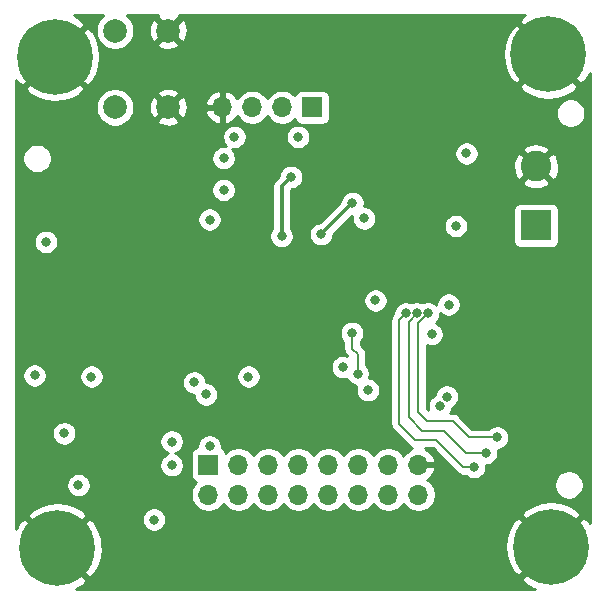
<source format=gbr>
%TF.GenerationSoftware,KiCad,Pcbnew,(5.1.9)-1*%
%TF.CreationDate,2021-11-15T23:12:41-03:00*%
%TF.ProjectId,RepeaterBoard,52657065-6174-4657-9242-6f6172642e6b,rev?*%
%TF.SameCoordinates,Original*%
%TF.FileFunction,Copper,L4,Bot*%
%TF.FilePolarity,Positive*%
%FSLAX46Y46*%
G04 Gerber Fmt 4.6, Leading zero omitted, Abs format (unit mm)*
G04 Created by KiCad (PCBNEW (5.1.9)-1) date 2021-11-15 23:12:41*
%MOMM*%
%LPD*%
G01*
G04 APERTURE LIST*
%TA.AperFunction,ComponentPad*%
%ADD10C,2.600000*%
%TD*%
%TA.AperFunction,ComponentPad*%
%ADD11R,2.600000X2.600000*%
%TD*%
%TA.AperFunction,ComponentPad*%
%ADD12R,1.700000X1.700000*%
%TD*%
%TA.AperFunction,ComponentPad*%
%ADD13O,1.700000X1.700000*%
%TD*%
%TA.AperFunction,ComponentPad*%
%ADD14C,2.000000*%
%TD*%
%TA.AperFunction,ComponentPad*%
%ADD15C,0.800000*%
%TD*%
%TA.AperFunction,ComponentPad*%
%ADD16C,6.400000*%
%TD*%
%TA.AperFunction,ViaPad*%
%ADD17C,0.800000*%
%TD*%
%TA.AperFunction,Conductor*%
%ADD18C,0.300000*%
%TD*%
%TA.AperFunction,Conductor*%
%ADD19C,0.200000*%
%TD*%
%TA.AperFunction,Conductor*%
%ADD20C,0.254000*%
%TD*%
%TA.AperFunction,Conductor*%
%ADD21C,0.100000*%
%TD*%
G04 APERTURE END LIST*
D10*
%TO.P,J1,2*%
%TO.N,GND*%
X77750000Y-39500000D03*
D11*
%TO.P,J1,1*%
%TO.N,RX_RS232*%
X77750000Y-44500000D03*
%TD*%
D12*
%TO.P,J2,1*%
%TO.N,+3V3*%
X58800000Y-34500000D03*
D13*
%TO.P,J2,2*%
%TO.N,I2C1_SCL*%
X56260000Y-34500000D03*
%TO.P,J2,3*%
%TO.N,I2C1_SDA*%
X53720000Y-34500000D03*
%TO.P,J2,4*%
%TO.N,GND*%
X51180000Y-34500000D03*
%TD*%
D12*
%TO.P,J3,1*%
%TO.N,+5V*%
X50000000Y-64750000D03*
D13*
%TO.P,J3,2*%
%TO.N,ANODE_C_5V*%
X50000000Y-67290000D03*
%TO.P,J3,3*%
%TO.N,DIGIT_1*%
X52540000Y-64750000D03*
%TO.P,J3,4*%
%TO.N,ANODE_B_5V*%
X52540000Y-67290000D03*
%TO.P,J3,5*%
%TO.N,DIGIT_2*%
X55080000Y-64750000D03*
%TO.P,J3,6*%
%TO.N,ANODE_A_5V*%
X55080000Y-67290000D03*
%TO.P,J3,7*%
%TO.N,DIGIT_3*%
X57620000Y-64750000D03*
%TO.P,J3,8*%
%TO.N,ANODE_D_5V*%
X57620000Y-67290000D03*
%TO.P,J3,9*%
%TO.N,DIGIT_4*%
X60160000Y-64750000D03*
%TO.P,J3,10*%
%TO.N,ANODE_E_5V*%
X60160000Y-67290000D03*
%TO.P,J3,11*%
%TO.N,DIGIT_5*%
X62700000Y-64750000D03*
%TO.P,J3,12*%
%TO.N,ANODE_F_5V*%
X62700000Y-67290000D03*
%TO.P,J3,13*%
%TO.N,DIGIT_6*%
X65240000Y-64750000D03*
%TO.P,J3,14*%
%TO.N,ANODE_G_5V*%
X65240000Y-67290000D03*
%TO.P,J3,15*%
%TO.N,GND*%
X67780000Y-64750000D03*
%TO.P,J3,16*%
%TO.N,ANODE_DP*%
X67780000Y-67290000D03*
%TD*%
D14*
%TO.P,SW1,2*%
%TO.N,GND*%
X46600000Y-34500000D03*
%TO.P,SW1,1*%
%TO.N,NRST*%
X42100000Y-34500000D03*
%TO.P,SW1,2*%
%TO.N,GND*%
X46600000Y-28000000D03*
%TO.P,SW1,1*%
%TO.N,NRST*%
X42100000Y-28000000D03*
%TD*%
D15*
%TO.P,H1,1*%
%TO.N,GND*%
X38697056Y-28502944D03*
X37000000Y-27800000D03*
X35302944Y-28502944D03*
X34600000Y-30200000D03*
X35302944Y-31897056D03*
X37000000Y-32600000D03*
X38697056Y-31897056D03*
X39400000Y-30200000D03*
D16*
X37000000Y-30200000D03*
%TD*%
%TO.P,H2,1*%
%TO.N,GND*%
X78800000Y-30000000D03*
D15*
X81200000Y-30000000D03*
X80497056Y-31697056D03*
X78800000Y-32400000D03*
X77102944Y-31697056D03*
X76400000Y-30000000D03*
X77102944Y-28302944D03*
X78800000Y-27600000D03*
X80497056Y-28302944D03*
%TD*%
%TO.P,H3,1*%
%TO.N,GND*%
X38897056Y-70102944D03*
X37200000Y-69400000D03*
X35502944Y-70102944D03*
X34800000Y-71800000D03*
X35502944Y-73497056D03*
X37200000Y-74200000D03*
X38897056Y-73497056D03*
X39600000Y-71800000D03*
D16*
X37200000Y-71800000D03*
%TD*%
%TO.P,H4,1*%
%TO.N,GND*%
X79000000Y-71700000D03*
D15*
X81400000Y-71700000D03*
X80697056Y-73397056D03*
X79000000Y-74100000D03*
X77302944Y-73397056D03*
X76600000Y-71700000D03*
X77302944Y-70002944D03*
X79000000Y-69300000D03*
X80697056Y-70002944D03*
%TD*%
D17*
%TO.N,+5V*%
X46900000Y-62800000D03*
X46900000Y-64800000D03*
X50100000Y-63200000D03*
X70200000Y-59000000D03*
X45400000Y-69400000D03*
X70350000Y-51200000D03*
X69600000Y-59800000D03*
%TO.N,GND*%
X71800000Y-33300000D03*
X48000000Y-44750000D03*
X71800000Y-28200000D03*
X71800000Y-35800000D03*
X58800000Y-56500000D03*
X48000000Y-39800000D03*
X49500000Y-38800000D03*
X53800000Y-41200000D03*
X39550000Y-49050000D03*
X39500000Y-45700000D03*
X47800000Y-55600000D03*
X46900000Y-54400000D03*
X48600000Y-49800000D03*
X51800000Y-56500000D03*
X70200000Y-56500000D03*
X81300000Y-58500000D03*
X81300000Y-50400000D03*
X81300000Y-52900000D03*
X81400000Y-56000000D03*
X42700000Y-59800000D03*
X43900000Y-60700000D03*
X35000000Y-67700000D03*
X61500000Y-59100000D03*
X48500000Y-33750000D03*
X34550000Y-45900000D03*
X43400000Y-69400000D03*
X42500000Y-70300000D03*
X63200000Y-46300000D03*
X63900000Y-55200000D03*
X70200000Y-46300000D03*
X70250000Y-48800000D03*
X64600000Y-43300000D03*
X68850000Y-58100000D03*
X69650000Y-55350000D03*
%TO.N,+3V3*%
X63500000Y-58450000D03*
X64150000Y-50850000D03*
X70950000Y-44550000D03*
X50100000Y-44000000D03*
X61400000Y-56500000D03*
X48800000Y-57800000D03*
X49800000Y-58800000D03*
X39000000Y-66500000D03*
X36250000Y-45900000D03*
X35300000Y-57200000D03*
X37800000Y-62100000D03*
X40100000Y-57300000D03*
X57600000Y-37000000D03*
X52200000Y-37000000D03*
X51300000Y-38800000D03*
X51300000Y-41500000D03*
X53400000Y-57300000D03*
X71850000Y-38400000D03*
X63200000Y-43900000D03*
X68900000Y-53700000D03*
%TO.N,NRST*%
X56200000Y-45400000D03*
X57000000Y-40400000D03*
%TO.N,STATUS*%
X59550000Y-45250000D03*
X62200000Y-42600000D03*
%TO.N,ANODE_DP*%
X62150000Y-53600000D03*
X62650000Y-57050000D03*
%TO.N,ANODE_A_5V*%
X66700000Y-51950000D03*
X72500000Y-64950000D03*
%TO.N,ANODE_B_5V*%
X67650000Y-51950000D03*
X73500000Y-63750000D03*
%TO.N,ANODE_C_5V*%
X68600000Y-51950000D03*
X74450000Y-62450000D03*
%TD*%
D18*
%TO.N,NRST*%
X56200000Y-45400000D02*
X56200000Y-41200000D01*
X56200000Y-41200000D02*
X57000000Y-40400000D01*
%TO.N,STATUS*%
X59550000Y-45250000D02*
X62200000Y-42600000D01*
D19*
%TO.N,ANODE_DP*%
X62175001Y-53625001D02*
X62175001Y-54925001D01*
X62150000Y-53600000D02*
X62175001Y-53625001D01*
X62175001Y-54925001D02*
X62650000Y-55400000D01*
X62650000Y-55400000D02*
X62650000Y-57050000D01*
%TO.N,ANODE_A_5V*%
X66150000Y-52500000D02*
X66700000Y-51950000D01*
X66150000Y-61300000D02*
X66150000Y-52500000D01*
X67500000Y-62650000D02*
X66150000Y-61300000D01*
X71600000Y-64950000D02*
X69300000Y-62650000D01*
X69300000Y-62650000D02*
X67500000Y-62650000D01*
X72500000Y-64950000D02*
X71600000Y-64950000D01*
%TO.N,ANODE_B_5V*%
X66950000Y-52650000D02*
X67650000Y-51950000D01*
X66950000Y-60750000D02*
X66950000Y-52650000D01*
X69950000Y-61900000D02*
X68100000Y-61900000D01*
X68100000Y-61900000D02*
X66950000Y-60750000D01*
X71800000Y-63750000D02*
X69950000Y-61900000D01*
X73500000Y-63750000D02*
X71800000Y-63750000D01*
%TO.N,ANODE_C_5V*%
X67750000Y-52800000D02*
X68600000Y-51950000D01*
X67750000Y-60300000D02*
X67750000Y-52800000D01*
X68550000Y-61100000D02*
X67750000Y-60300000D01*
X70700000Y-61100000D02*
X68550000Y-61100000D01*
X72050000Y-62450000D02*
X70700000Y-61100000D01*
X74450000Y-62450000D02*
X72050000Y-62450000D01*
%TD*%
D20*
%TO.N,GND*%
X41057748Y-26730013D02*
X40830013Y-26957748D01*
X40651082Y-27225537D01*
X40527832Y-27523088D01*
X40465000Y-27838967D01*
X40465000Y-28161033D01*
X40527832Y-28476912D01*
X40651082Y-28774463D01*
X40830013Y-29042252D01*
X41057748Y-29269987D01*
X41325537Y-29448918D01*
X41623088Y-29572168D01*
X41938967Y-29635000D01*
X42261033Y-29635000D01*
X42576912Y-29572168D01*
X42874463Y-29448918D01*
X43142252Y-29269987D01*
X43276826Y-29135413D01*
X45644192Y-29135413D01*
X45739956Y-29399814D01*
X46029571Y-29540704D01*
X46341108Y-29622384D01*
X46662595Y-29641718D01*
X46981675Y-29597961D01*
X47286088Y-29492795D01*
X47460044Y-29399814D01*
X47555808Y-29135413D01*
X46600000Y-28179605D01*
X45644192Y-29135413D01*
X43276826Y-29135413D01*
X43369987Y-29042252D01*
X43548918Y-28774463D01*
X43672168Y-28476912D01*
X43735000Y-28161033D01*
X43735000Y-28062595D01*
X44958282Y-28062595D01*
X45002039Y-28381675D01*
X45107205Y-28686088D01*
X45200186Y-28860044D01*
X45464587Y-28955808D01*
X46420395Y-28000000D01*
X46779605Y-28000000D01*
X47735413Y-28955808D01*
X47999814Y-28860044D01*
X48140704Y-28570429D01*
X48222384Y-28258892D01*
X48241718Y-27937405D01*
X48197961Y-27618325D01*
X48092795Y-27313912D01*
X47999814Y-27139956D01*
X47735413Y-27044192D01*
X46779605Y-28000000D01*
X46420395Y-28000000D01*
X45464587Y-27044192D01*
X45200186Y-27139956D01*
X45059296Y-27429571D01*
X44977616Y-27741108D01*
X44958282Y-28062595D01*
X43735000Y-28062595D01*
X43735000Y-27838967D01*
X43672168Y-27523088D01*
X43548918Y-27225537D01*
X43369987Y-26957748D01*
X43142252Y-26730013D01*
X43112300Y-26710000D01*
X45700182Y-26710000D01*
X45644192Y-26864587D01*
X46600000Y-27820395D01*
X47555808Y-26864587D01*
X47499818Y-26710000D01*
X76816946Y-26710000D01*
X76679330Y-26782445D01*
X76638912Y-26809452D01*
X76278724Y-27299119D01*
X78800000Y-29820395D01*
X78814143Y-29806253D01*
X78993748Y-29985858D01*
X78979605Y-30000000D01*
X81500881Y-32521276D01*
X81990548Y-32161088D01*
X82290001Y-31609250D01*
X82290000Y-69716946D01*
X82217555Y-69579330D01*
X82190548Y-69538912D01*
X81700881Y-69178724D01*
X79179605Y-71700000D01*
X79193748Y-71714143D01*
X79014143Y-71893748D01*
X79000000Y-71879605D01*
X76478724Y-74400881D01*
X76838912Y-74890548D01*
X77502882Y-75250849D01*
X77629075Y-75290000D01*
X38803135Y-75290000D01*
X39320670Y-75017555D01*
X39361088Y-74990548D01*
X39721276Y-74500881D01*
X37200000Y-71979605D01*
X37185858Y-71993748D01*
X37006253Y-71814143D01*
X37020395Y-71800000D01*
X37379605Y-71800000D01*
X39900881Y-74321276D01*
X40390548Y-73961088D01*
X40750849Y-73297118D01*
X40974694Y-72575615D01*
X41053480Y-71824305D01*
X41039789Y-71675695D01*
X75146520Y-71675695D01*
X75215822Y-72427938D01*
X75430548Y-73152208D01*
X75782445Y-73820670D01*
X75809452Y-73861088D01*
X76299119Y-74221276D01*
X78820395Y-71700000D01*
X76299119Y-69178724D01*
X75809452Y-69538912D01*
X75449151Y-70202882D01*
X75225306Y-70924385D01*
X75146520Y-71675695D01*
X41039789Y-71675695D01*
X40984178Y-71072062D01*
X40769452Y-70347792D01*
X40417555Y-69679330D01*
X40390548Y-69638912D01*
X39927170Y-69298061D01*
X44365000Y-69298061D01*
X44365000Y-69501939D01*
X44404774Y-69701898D01*
X44482795Y-69890256D01*
X44596063Y-70059774D01*
X44740226Y-70203937D01*
X44909744Y-70317205D01*
X45098102Y-70395226D01*
X45298061Y-70435000D01*
X45501939Y-70435000D01*
X45701898Y-70395226D01*
X45890256Y-70317205D01*
X46059774Y-70203937D01*
X46203937Y-70059774D01*
X46317205Y-69890256D01*
X46395226Y-69701898D01*
X46435000Y-69501939D01*
X46435000Y-69298061D01*
X46395226Y-69098102D01*
X46354226Y-68999119D01*
X76478724Y-68999119D01*
X79000000Y-71520395D01*
X81521276Y-68999119D01*
X81161088Y-68509452D01*
X80497118Y-68149151D01*
X79775615Y-67925306D01*
X79024305Y-67846520D01*
X78272062Y-67915822D01*
X77547792Y-68130548D01*
X76879330Y-68482445D01*
X76838912Y-68509452D01*
X76478724Y-68999119D01*
X46354226Y-68999119D01*
X46317205Y-68909744D01*
X46203937Y-68740226D01*
X46059774Y-68596063D01*
X45890256Y-68482795D01*
X45701898Y-68404774D01*
X45501939Y-68365000D01*
X45298061Y-68365000D01*
X45098102Y-68404774D01*
X44909744Y-68482795D01*
X44740226Y-68596063D01*
X44596063Y-68740226D01*
X44482795Y-68909744D01*
X44404774Y-69098102D01*
X44365000Y-69298061D01*
X39927170Y-69298061D01*
X39900881Y-69278724D01*
X37379605Y-71800000D01*
X37020395Y-71800000D01*
X34499119Y-69278724D01*
X34009452Y-69638912D01*
X33710000Y-70190748D01*
X33710000Y-69099119D01*
X34678724Y-69099119D01*
X37200000Y-71620395D01*
X39721276Y-69099119D01*
X39361088Y-68609452D01*
X38697118Y-68249151D01*
X37975615Y-68025306D01*
X37224305Y-67946520D01*
X36472062Y-68015822D01*
X35747792Y-68230548D01*
X35079330Y-68582445D01*
X35038912Y-68609452D01*
X34678724Y-69099119D01*
X33710000Y-69099119D01*
X33710000Y-66398061D01*
X37965000Y-66398061D01*
X37965000Y-66601939D01*
X38004774Y-66801898D01*
X38082795Y-66990256D01*
X38196063Y-67159774D01*
X38340226Y-67303937D01*
X38509744Y-67417205D01*
X38698102Y-67495226D01*
X38898061Y-67535000D01*
X39101939Y-67535000D01*
X39301898Y-67495226D01*
X39490256Y-67417205D01*
X39659774Y-67303937D01*
X39803937Y-67159774D01*
X39917205Y-66990256D01*
X39995226Y-66801898D01*
X40035000Y-66601939D01*
X40035000Y-66398061D01*
X39995226Y-66198102D01*
X39917205Y-66009744D01*
X39803937Y-65840226D01*
X39659774Y-65696063D01*
X39490256Y-65582795D01*
X39301898Y-65504774D01*
X39101939Y-65465000D01*
X38898061Y-65465000D01*
X38698102Y-65504774D01*
X38509744Y-65582795D01*
X38340226Y-65696063D01*
X38196063Y-65840226D01*
X38082795Y-66009744D01*
X38004774Y-66198102D01*
X37965000Y-66398061D01*
X33710000Y-66398061D01*
X33710000Y-61998061D01*
X36765000Y-61998061D01*
X36765000Y-62201939D01*
X36804774Y-62401898D01*
X36882795Y-62590256D01*
X36996063Y-62759774D01*
X37140226Y-62903937D01*
X37309744Y-63017205D01*
X37498102Y-63095226D01*
X37698061Y-63135000D01*
X37901939Y-63135000D01*
X38101898Y-63095226D01*
X38290256Y-63017205D01*
X38459774Y-62903937D01*
X38603937Y-62759774D01*
X38645172Y-62698061D01*
X45865000Y-62698061D01*
X45865000Y-62901939D01*
X45904774Y-63101898D01*
X45982795Y-63290256D01*
X46096063Y-63459774D01*
X46240226Y-63603937D01*
X46409744Y-63717205D01*
X46598102Y-63795226D01*
X46622103Y-63800000D01*
X46598102Y-63804774D01*
X46409744Y-63882795D01*
X46240226Y-63996063D01*
X46096063Y-64140226D01*
X45982795Y-64309744D01*
X45904774Y-64498102D01*
X45865000Y-64698061D01*
X45865000Y-64901939D01*
X45904774Y-65101898D01*
X45982795Y-65290256D01*
X46096063Y-65459774D01*
X46240226Y-65603937D01*
X46409744Y-65717205D01*
X46598102Y-65795226D01*
X46798061Y-65835000D01*
X47001939Y-65835000D01*
X47201898Y-65795226D01*
X47390256Y-65717205D01*
X47559774Y-65603937D01*
X47703937Y-65459774D01*
X47817205Y-65290256D01*
X47895226Y-65101898D01*
X47935000Y-64901939D01*
X47935000Y-64698061D01*
X47895226Y-64498102D01*
X47817205Y-64309744D01*
X47703937Y-64140226D01*
X47559774Y-63996063D01*
X47416006Y-63900000D01*
X48511928Y-63900000D01*
X48511928Y-65600000D01*
X48524188Y-65724482D01*
X48560498Y-65844180D01*
X48619463Y-65954494D01*
X48698815Y-66051185D01*
X48795506Y-66130537D01*
X48905820Y-66189502D01*
X48978380Y-66211513D01*
X48846525Y-66343368D01*
X48684010Y-66586589D01*
X48572068Y-66856842D01*
X48515000Y-67143740D01*
X48515000Y-67436260D01*
X48572068Y-67723158D01*
X48684010Y-67993411D01*
X48846525Y-68236632D01*
X49053368Y-68443475D01*
X49296589Y-68605990D01*
X49566842Y-68717932D01*
X49853740Y-68775000D01*
X50146260Y-68775000D01*
X50433158Y-68717932D01*
X50703411Y-68605990D01*
X50946632Y-68443475D01*
X51153475Y-68236632D01*
X51270000Y-68062240D01*
X51386525Y-68236632D01*
X51593368Y-68443475D01*
X51836589Y-68605990D01*
X52106842Y-68717932D01*
X52393740Y-68775000D01*
X52686260Y-68775000D01*
X52973158Y-68717932D01*
X53243411Y-68605990D01*
X53486632Y-68443475D01*
X53693475Y-68236632D01*
X53810000Y-68062240D01*
X53926525Y-68236632D01*
X54133368Y-68443475D01*
X54376589Y-68605990D01*
X54646842Y-68717932D01*
X54933740Y-68775000D01*
X55226260Y-68775000D01*
X55513158Y-68717932D01*
X55783411Y-68605990D01*
X56026632Y-68443475D01*
X56233475Y-68236632D01*
X56350000Y-68062240D01*
X56466525Y-68236632D01*
X56673368Y-68443475D01*
X56916589Y-68605990D01*
X57186842Y-68717932D01*
X57473740Y-68775000D01*
X57766260Y-68775000D01*
X58053158Y-68717932D01*
X58323411Y-68605990D01*
X58566632Y-68443475D01*
X58773475Y-68236632D01*
X58890000Y-68062240D01*
X59006525Y-68236632D01*
X59213368Y-68443475D01*
X59456589Y-68605990D01*
X59726842Y-68717932D01*
X60013740Y-68775000D01*
X60306260Y-68775000D01*
X60593158Y-68717932D01*
X60863411Y-68605990D01*
X61106632Y-68443475D01*
X61313475Y-68236632D01*
X61430000Y-68062240D01*
X61546525Y-68236632D01*
X61753368Y-68443475D01*
X61996589Y-68605990D01*
X62266842Y-68717932D01*
X62553740Y-68775000D01*
X62846260Y-68775000D01*
X63133158Y-68717932D01*
X63403411Y-68605990D01*
X63646632Y-68443475D01*
X63853475Y-68236632D01*
X63970000Y-68062240D01*
X64086525Y-68236632D01*
X64293368Y-68443475D01*
X64536589Y-68605990D01*
X64806842Y-68717932D01*
X65093740Y-68775000D01*
X65386260Y-68775000D01*
X65673158Y-68717932D01*
X65943411Y-68605990D01*
X66186632Y-68443475D01*
X66393475Y-68236632D01*
X66510000Y-68062240D01*
X66626525Y-68236632D01*
X66833368Y-68443475D01*
X67076589Y-68605990D01*
X67346842Y-68717932D01*
X67633740Y-68775000D01*
X67926260Y-68775000D01*
X68213158Y-68717932D01*
X68483411Y-68605990D01*
X68726632Y-68443475D01*
X68933475Y-68236632D01*
X69095990Y-67993411D01*
X69207932Y-67723158D01*
X69265000Y-67436260D01*
X69265000Y-67143740D01*
X69207932Y-66856842D01*
X69095990Y-66586589D01*
X68939170Y-66351890D01*
X79274048Y-66351890D01*
X79274048Y-66598110D01*
X79322083Y-66839598D01*
X79416307Y-67067074D01*
X79553099Y-67271798D01*
X79727202Y-67445901D01*
X79931926Y-67582693D01*
X80159402Y-67676917D01*
X80400890Y-67724952D01*
X80647110Y-67724952D01*
X80888598Y-67676917D01*
X81116074Y-67582693D01*
X81320798Y-67445901D01*
X81494901Y-67271798D01*
X81631693Y-67067074D01*
X81725917Y-66839598D01*
X81773952Y-66598110D01*
X81773952Y-66351890D01*
X81725917Y-66110402D01*
X81631693Y-65882926D01*
X81494901Y-65678202D01*
X81320798Y-65504099D01*
X81116074Y-65367307D01*
X80888598Y-65273083D01*
X80647110Y-65225048D01*
X80400890Y-65225048D01*
X80159402Y-65273083D01*
X79931926Y-65367307D01*
X79727202Y-65504099D01*
X79553099Y-65678202D01*
X79416307Y-65882926D01*
X79322083Y-66110402D01*
X79274048Y-66351890D01*
X68939170Y-66351890D01*
X68933475Y-66343368D01*
X68726632Y-66136525D01*
X68550594Y-66018900D01*
X68780269Y-65847588D01*
X68975178Y-65631355D01*
X69124157Y-65381252D01*
X69221481Y-65106891D01*
X69100814Y-64877000D01*
X67907000Y-64877000D01*
X67907000Y-64897000D01*
X67653000Y-64897000D01*
X67653000Y-64877000D01*
X67633000Y-64877000D01*
X67633000Y-64623000D01*
X67653000Y-64623000D01*
X67653000Y-64603000D01*
X67907000Y-64603000D01*
X67907000Y-64623000D01*
X69100814Y-64623000D01*
X69221481Y-64393109D01*
X69124157Y-64118748D01*
X68975178Y-63868645D01*
X68780269Y-63652412D01*
X68546920Y-63478359D01*
X68350915Y-63385000D01*
X68995554Y-63385000D01*
X71054746Y-65444193D01*
X71077762Y-65472238D01*
X71189680Y-65564087D01*
X71317367Y-65632337D01*
X71455915Y-65674365D01*
X71563895Y-65685000D01*
X71563904Y-65685000D01*
X71599999Y-65688555D01*
X71636094Y-65685000D01*
X71771289Y-65685000D01*
X71840226Y-65753937D01*
X72009744Y-65867205D01*
X72198102Y-65945226D01*
X72398061Y-65985000D01*
X72601939Y-65985000D01*
X72801898Y-65945226D01*
X72990256Y-65867205D01*
X73159774Y-65753937D01*
X73303937Y-65609774D01*
X73417205Y-65440256D01*
X73495226Y-65251898D01*
X73535000Y-65051939D01*
X73535000Y-64848061D01*
X73522456Y-64785000D01*
X73601939Y-64785000D01*
X73801898Y-64745226D01*
X73990256Y-64667205D01*
X74159774Y-64553937D01*
X74303937Y-64409774D01*
X74417205Y-64240256D01*
X74495226Y-64051898D01*
X74535000Y-63851939D01*
X74535000Y-63648061D01*
X74502565Y-63485000D01*
X74551939Y-63485000D01*
X74751898Y-63445226D01*
X74940256Y-63367205D01*
X75109774Y-63253937D01*
X75253937Y-63109774D01*
X75367205Y-62940256D01*
X75445226Y-62751898D01*
X75485000Y-62551939D01*
X75485000Y-62348061D01*
X75445226Y-62148102D01*
X75367205Y-61959744D01*
X75253937Y-61790226D01*
X75109774Y-61646063D01*
X74940256Y-61532795D01*
X74751898Y-61454774D01*
X74551939Y-61415000D01*
X74348061Y-61415000D01*
X74148102Y-61454774D01*
X73959744Y-61532795D01*
X73790226Y-61646063D01*
X73721289Y-61715000D01*
X72354447Y-61715000D01*
X71245258Y-60605812D01*
X71222238Y-60577762D01*
X71110320Y-60485913D01*
X70982633Y-60417663D01*
X70844085Y-60375635D01*
X70736105Y-60365000D01*
X70700000Y-60361444D01*
X70663895Y-60365000D01*
X70467263Y-60365000D01*
X70517205Y-60290256D01*
X70595226Y-60101898D01*
X70626729Y-59943519D01*
X70690256Y-59917205D01*
X70859774Y-59803937D01*
X71003937Y-59659774D01*
X71117205Y-59490256D01*
X71195226Y-59301898D01*
X71235000Y-59101939D01*
X71235000Y-58898061D01*
X71195226Y-58698102D01*
X71117205Y-58509744D01*
X71003937Y-58340226D01*
X70859774Y-58196063D01*
X70690256Y-58082795D01*
X70501898Y-58004774D01*
X70301939Y-57965000D01*
X70098061Y-57965000D01*
X69898102Y-58004774D01*
X69709744Y-58082795D01*
X69540226Y-58196063D01*
X69396063Y-58340226D01*
X69282795Y-58509744D01*
X69204774Y-58698102D01*
X69173271Y-58856481D01*
X69109744Y-58882795D01*
X68940226Y-58996063D01*
X68796063Y-59140226D01*
X68682795Y-59309744D01*
X68604774Y-59498102D01*
X68565000Y-59698061D01*
X68565000Y-59901939D01*
X68604774Y-60101898D01*
X68614270Y-60124824D01*
X68485000Y-59995554D01*
X68485000Y-54648377D01*
X68598102Y-54695226D01*
X68798061Y-54735000D01*
X69001939Y-54735000D01*
X69201898Y-54695226D01*
X69390256Y-54617205D01*
X69559774Y-54503937D01*
X69703937Y-54359774D01*
X69817205Y-54190256D01*
X69895226Y-54001898D01*
X69935000Y-53801939D01*
X69935000Y-53598061D01*
X69895226Y-53398102D01*
X69817205Y-53209744D01*
X69703937Y-53040226D01*
X69559774Y-52896063D01*
X69390256Y-52782795D01*
X69277586Y-52736125D01*
X69403937Y-52609774D01*
X69517205Y-52440256D01*
X69595226Y-52251898D01*
X69635000Y-52051939D01*
X69635000Y-51948711D01*
X69690226Y-52003937D01*
X69859744Y-52117205D01*
X70048102Y-52195226D01*
X70248061Y-52235000D01*
X70451939Y-52235000D01*
X70651898Y-52195226D01*
X70840256Y-52117205D01*
X71009774Y-52003937D01*
X71153937Y-51859774D01*
X71267205Y-51690256D01*
X71345226Y-51501898D01*
X71385000Y-51301939D01*
X71385000Y-51098061D01*
X71345226Y-50898102D01*
X71267205Y-50709744D01*
X71153937Y-50540226D01*
X71009774Y-50396063D01*
X70840256Y-50282795D01*
X70651898Y-50204774D01*
X70451939Y-50165000D01*
X70248061Y-50165000D01*
X70048102Y-50204774D01*
X69859744Y-50282795D01*
X69690226Y-50396063D01*
X69546063Y-50540226D01*
X69432795Y-50709744D01*
X69354774Y-50898102D01*
X69315000Y-51098061D01*
X69315000Y-51201289D01*
X69259774Y-51146063D01*
X69090256Y-51032795D01*
X68901898Y-50954774D01*
X68701939Y-50915000D01*
X68498061Y-50915000D01*
X68298102Y-50954774D01*
X68125000Y-51026476D01*
X67951898Y-50954774D01*
X67751939Y-50915000D01*
X67548061Y-50915000D01*
X67348102Y-50954774D01*
X67175000Y-51026476D01*
X67001898Y-50954774D01*
X66801939Y-50915000D01*
X66598061Y-50915000D01*
X66398102Y-50954774D01*
X66209744Y-51032795D01*
X66040226Y-51146063D01*
X65896063Y-51290226D01*
X65782795Y-51459744D01*
X65704774Y-51648102D01*
X65665000Y-51848061D01*
X65665000Y-51945554D01*
X65655808Y-51954746D01*
X65627763Y-51977762D01*
X65535914Y-52089680D01*
X65479499Y-52195226D01*
X65467664Y-52217367D01*
X65425635Y-52355915D01*
X65411444Y-52500000D01*
X65415001Y-52536115D01*
X65415000Y-61263895D01*
X65411444Y-61300000D01*
X65424478Y-61432337D01*
X65425635Y-61444084D01*
X65467663Y-61582632D01*
X65535913Y-61710319D01*
X65627762Y-61822237D01*
X65655808Y-61845254D01*
X66954746Y-63144193D01*
X66977762Y-63172238D01*
X67089680Y-63264087D01*
X67217367Y-63332337D01*
X67280981Y-63351634D01*
X67275901Y-63353175D01*
X67013080Y-63478359D01*
X66779731Y-63652412D01*
X66584822Y-63868645D01*
X66515195Y-63985534D01*
X66393475Y-63803368D01*
X66186632Y-63596525D01*
X65943411Y-63434010D01*
X65673158Y-63322068D01*
X65386260Y-63265000D01*
X65093740Y-63265000D01*
X64806842Y-63322068D01*
X64536589Y-63434010D01*
X64293368Y-63596525D01*
X64086525Y-63803368D01*
X63970000Y-63977760D01*
X63853475Y-63803368D01*
X63646632Y-63596525D01*
X63403411Y-63434010D01*
X63133158Y-63322068D01*
X62846260Y-63265000D01*
X62553740Y-63265000D01*
X62266842Y-63322068D01*
X61996589Y-63434010D01*
X61753368Y-63596525D01*
X61546525Y-63803368D01*
X61430000Y-63977760D01*
X61313475Y-63803368D01*
X61106632Y-63596525D01*
X60863411Y-63434010D01*
X60593158Y-63322068D01*
X60306260Y-63265000D01*
X60013740Y-63265000D01*
X59726842Y-63322068D01*
X59456589Y-63434010D01*
X59213368Y-63596525D01*
X59006525Y-63803368D01*
X58890000Y-63977760D01*
X58773475Y-63803368D01*
X58566632Y-63596525D01*
X58323411Y-63434010D01*
X58053158Y-63322068D01*
X57766260Y-63265000D01*
X57473740Y-63265000D01*
X57186842Y-63322068D01*
X56916589Y-63434010D01*
X56673368Y-63596525D01*
X56466525Y-63803368D01*
X56350000Y-63977760D01*
X56233475Y-63803368D01*
X56026632Y-63596525D01*
X55783411Y-63434010D01*
X55513158Y-63322068D01*
X55226260Y-63265000D01*
X54933740Y-63265000D01*
X54646842Y-63322068D01*
X54376589Y-63434010D01*
X54133368Y-63596525D01*
X53926525Y-63803368D01*
X53810000Y-63977760D01*
X53693475Y-63803368D01*
X53486632Y-63596525D01*
X53243411Y-63434010D01*
X52973158Y-63322068D01*
X52686260Y-63265000D01*
X52393740Y-63265000D01*
X52106842Y-63322068D01*
X51836589Y-63434010D01*
X51593368Y-63596525D01*
X51461513Y-63728380D01*
X51439502Y-63655820D01*
X51380537Y-63545506D01*
X51301185Y-63448815D01*
X51204494Y-63369463D01*
X51129538Y-63329398D01*
X51135000Y-63301939D01*
X51135000Y-63098061D01*
X51095226Y-62898102D01*
X51017205Y-62709744D01*
X50903937Y-62540226D01*
X50759774Y-62396063D01*
X50590256Y-62282795D01*
X50401898Y-62204774D01*
X50201939Y-62165000D01*
X49998061Y-62165000D01*
X49798102Y-62204774D01*
X49609744Y-62282795D01*
X49440226Y-62396063D01*
X49296063Y-62540226D01*
X49182795Y-62709744D01*
X49104774Y-62898102D01*
X49065000Y-63098061D01*
X49065000Y-63270299D01*
X49025518Y-63274188D01*
X48905820Y-63310498D01*
X48795506Y-63369463D01*
X48698815Y-63448815D01*
X48619463Y-63545506D01*
X48560498Y-63655820D01*
X48524188Y-63775518D01*
X48511928Y-63900000D01*
X47416006Y-63900000D01*
X47390256Y-63882795D01*
X47201898Y-63804774D01*
X47177897Y-63800000D01*
X47201898Y-63795226D01*
X47390256Y-63717205D01*
X47559774Y-63603937D01*
X47703937Y-63459774D01*
X47817205Y-63290256D01*
X47895226Y-63101898D01*
X47935000Y-62901939D01*
X47935000Y-62698061D01*
X47895226Y-62498102D01*
X47817205Y-62309744D01*
X47703937Y-62140226D01*
X47559774Y-61996063D01*
X47390256Y-61882795D01*
X47201898Y-61804774D01*
X47001939Y-61765000D01*
X46798061Y-61765000D01*
X46598102Y-61804774D01*
X46409744Y-61882795D01*
X46240226Y-61996063D01*
X46096063Y-62140226D01*
X45982795Y-62309744D01*
X45904774Y-62498102D01*
X45865000Y-62698061D01*
X38645172Y-62698061D01*
X38717205Y-62590256D01*
X38795226Y-62401898D01*
X38835000Y-62201939D01*
X38835000Y-61998061D01*
X38795226Y-61798102D01*
X38717205Y-61609744D01*
X38603937Y-61440226D01*
X38459774Y-61296063D01*
X38290256Y-61182795D01*
X38101898Y-61104774D01*
X37901939Y-61065000D01*
X37698061Y-61065000D01*
X37498102Y-61104774D01*
X37309744Y-61182795D01*
X37140226Y-61296063D01*
X36996063Y-61440226D01*
X36882795Y-61609744D01*
X36804774Y-61798102D01*
X36765000Y-61998061D01*
X33710000Y-61998061D01*
X33710000Y-57098061D01*
X34265000Y-57098061D01*
X34265000Y-57301939D01*
X34304774Y-57501898D01*
X34382795Y-57690256D01*
X34496063Y-57859774D01*
X34640226Y-58003937D01*
X34809744Y-58117205D01*
X34998102Y-58195226D01*
X35198061Y-58235000D01*
X35401939Y-58235000D01*
X35601898Y-58195226D01*
X35790256Y-58117205D01*
X35959774Y-58003937D01*
X36103937Y-57859774D01*
X36217205Y-57690256D01*
X36295226Y-57501898D01*
X36335000Y-57301939D01*
X36335000Y-57198061D01*
X39065000Y-57198061D01*
X39065000Y-57401939D01*
X39104774Y-57601898D01*
X39182795Y-57790256D01*
X39296063Y-57959774D01*
X39440226Y-58103937D01*
X39609744Y-58217205D01*
X39798102Y-58295226D01*
X39998061Y-58335000D01*
X40201939Y-58335000D01*
X40401898Y-58295226D01*
X40590256Y-58217205D01*
X40759774Y-58103937D01*
X40903937Y-57959774D01*
X41017205Y-57790256D01*
X41055393Y-57698061D01*
X47765000Y-57698061D01*
X47765000Y-57901939D01*
X47804774Y-58101898D01*
X47882795Y-58290256D01*
X47996063Y-58459774D01*
X48140226Y-58603937D01*
X48309744Y-58717205D01*
X48498102Y-58795226D01*
X48698061Y-58835000D01*
X48765000Y-58835000D01*
X48765000Y-58901939D01*
X48804774Y-59101898D01*
X48882795Y-59290256D01*
X48996063Y-59459774D01*
X49140226Y-59603937D01*
X49309744Y-59717205D01*
X49498102Y-59795226D01*
X49698061Y-59835000D01*
X49901939Y-59835000D01*
X50101898Y-59795226D01*
X50290256Y-59717205D01*
X50459774Y-59603937D01*
X50603937Y-59459774D01*
X50717205Y-59290256D01*
X50795226Y-59101898D01*
X50835000Y-58901939D01*
X50835000Y-58698061D01*
X50795226Y-58498102D01*
X50717205Y-58309744D01*
X50603937Y-58140226D01*
X50459774Y-57996063D01*
X50290256Y-57882795D01*
X50101898Y-57804774D01*
X49901939Y-57765000D01*
X49835000Y-57765000D01*
X49835000Y-57698061D01*
X49795226Y-57498102D01*
X49717205Y-57309744D01*
X49642582Y-57198061D01*
X52365000Y-57198061D01*
X52365000Y-57401939D01*
X52404774Y-57601898D01*
X52482795Y-57790256D01*
X52596063Y-57959774D01*
X52740226Y-58103937D01*
X52909744Y-58217205D01*
X53098102Y-58295226D01*
X53298061Y-58335000D01*
X53501939Y-58335000D01*
X53701898Y-58295226D01*
X53890256Y-58217205D01*
X54059774Y-58103937D01*
X54203937Y-57959774D01*
X54317205Y-57790256D01*
X54395226Y-57601898D01*
X54435000Y-57401939D01*
X54435000Y-57198061D01*
X54395226Y-56998102D01*
X54317205Y-56809744D01*
X54203937Y-56640226D01*
X54059774Y-56496063D01*
X53913104Y-56398061D01*
X60365000Y-56398061D01*
X60365000Y-56601939D01*
X60404774Y-56801898D01*
X60482795Y-56990256D01*
X60596063Y-57159774D01*
X60740226Y-57303937D01*
X60909744Y-57417205D01*
X61098102Y-57495226D01*
X61298061Y-57535000D01*
X61501939Y-57535000D01*
X61701898Y-57495226D01*
X61712350Y-57490897D01*
X61732795Y-57540256D01*
X61846063Y-57709774D01*
X61990226Y-57853937D01*
X62159744Y-57967205D01*
X62348102Y-58045226D01*
X62532217Y-58081849D01*
X62504774Y-58148102D01*
X62465000Y-58348061D01*
X62465000Y-58551939D01*
X62504774Y-58751898D01*
X62582795Y-58940256D01*
X62696063Y-59109774D01*
X62840226Y-59253937D01*
X63009744Y-59367205D01*
X63198102Y-59445226D01*
X63398061Y-59485000D01*
X63601939Y-59485000D01*
X63801898Y-59445226D01*
X63990256Y-59367205D01*
X64159774Y-59253937D01*
X64303937Y-59109774D01*
X64417205Y-58940256D01*
X64495226Y-58751898D01*
X64535000Y-58551939D01*
X64535000Y-58348061D01*
X64495226Y-58148102D01*
X64417205Y-57959744D01*
X64303937Y-57790226D01*
X64159774Y-57646063D01*
X63990256Y-57532795D01*
X63801898Y-57454774D01*
X63617783Y-57418151D01*
X63645226Y-57351898D01*
X63685000Y-57151939D01*
X63685000Y-56948061D01*
X63645226Y-56748102D01*
X63567205Y-56559744D01*
X63453937Y-56390226D01*
X63385000Y-56321289D01*
X63385000Y-55436104D01*
X63388556Y-55399999D01*
X63374365Y-55255914D01*
X63332337Y-55117368D01*
X63332337Y-55117367D01*
X63264087Y-54989680D01*
X63172237Y-54877762D01*
X63144192Y-54854746D01*
X62910001Y-54620555D01*
X62910001Y-54303710D01*
X62953937Y-54259774D01*
X63067205Y-54090256D01*
X63145226Y-53901898D01*
X63185000Y-53701939D01*
X63185000Y-53498061D01*
X63145226Y-53298102D01*
X63067205Y-53109744D01*
X62953937Y-52940226D01*
X62809774Y-52796063D01*
X62640256Y-52682795D01*
X62451898Y-52604774D01*
X62251939Y-52565000D01*
X62048061Y-52565000D01*
X61848102Y-52604774D01*
X61659744Y-52682795D01*
X61490226Y-52796063D01*
X61346063Y-52940226D01*
X61232795Y-53109744D01*
X61154774Y-53298102D01*
X61115000Y-53498061D01*
X61115000Y-53701939D01*
X61154774Y-53901898D01*
X61232795Y-54090256D01*
X61346063Y-54259774D01*
X61440002Y-54353713D01*
X61440002Y-54888886D01*
X61436445Y-54925001D01*
X61450636Y-55069086D01*
X61465283Y-55117368D01*
X61492665Y-55207634D01*
X61560915Y-55335321D01*
X61652764Y-55447239D01*
X61680809Y-55470255D01*
X61724825Y-55514271D01*
X61701898Y-55504774D01*
X61501939Y-55465000D01*
X61298061Y-55465000D01*
X61098102Y-55504774D01*
X60909744Y-55582795D01*
X60740226Y-55696063D01*
X60596063Y-55840226D01*
X60482795Y-56009744D01*
X60404774Y-56198102D01*
X60365000Y-56398061D01*
X53913104Y-56398061D01*
X53890256Y-56382795D01*
X53701898Y-56304774D01*
X53501939Y-56265000D01*
X53298061Y-56265000D01*
X53098102Y-56304774D01*
X52909744Y-56382795D01*
X52740226Y-56496063D01*
X52596063Y-56640226D01*
X52482795Y-56809744D01*
X52404774Y-56998102D01*
X52365000Y-57198061D01*
X49642582Y-57198061D01*
X49603937Y-57140226D01*
X49459774Y-56996063D01*
X49290256Y-56882795D01*
X49101898Y-56804774D01*
X48901939Y-56765000D01*
X48698061Y-56765000D01*
X48498102Y-56804774D01*
X48309744Y-56882795D01*
X48140226Y-56996063D01*
X47996063Y-57140226D01*
X47882795Y-57309744D01*
X47804774Y-57498102D01*
X47765000Y-57698061D01*
X41055393Y-57698061D01*
X41095226Y-57601898D01*
X41135000Y-57401939D01*
X41135000Y-57198061D01*
X41095226Y-56998102D01*
X41017205Y-56809744D01*
X40903937Y-56640226D01*
X40759774Y-56496063D01*
X40590256Y-56382795D01*
X40401898Y-56304774D01*
X40201939Y-56265000D01*
X39998061Y-56265000D01*
X39798102Y-56304774D01*
X39609744Y-56382795D01*
X39440226Y-56496063D01*
X39296063Y-56640226D01*
X39182795Y-56809744D01*
X39104774Y-56998102D01*
X39065000Y-57198061D01*
X36335000Y-57198061D01*
X36335000Y-57098061D01*
X36295226Y-56898102D01*
X36217205Y-56709744D01*
X36103937Y-56540226D01*
X35959774Y-56396063D01*
X35790256Y-56282795D01*
X35601898Y-56204774D01*
X35401939Y-56165000D01*
X35198061Y-56165000D01*
X34998102Y-56204774D01*
X34809744Y-56282795D01*
X34640226Y-56396063D01*
X34496063Y-56540226D01*
X34382795Y-56709744D01*
X34304774Y-56898102D01*
X34265000Y-57098061D01*
X33710000Y-57098061D01*
X33710000Y-50748061D01*
X63115000Y-50748061D01*
X63115000Y-50951939D01*
X63154774Y-51151898D01*
X63232795Y-51340256D01*
X63346063Y-51509774D01*
X63490226Y-51653937D01*
X63659744Y-51767205D01*
X63848102Y-51845226D01*
X64048061Y-51885000D01*
X64251939Y-51885000D01*
X64451898Y-51845226D01*
X64640256Y-51767205D01*
X64809774Y-51653937D01*
X64953937Y-51509774D01*
X65067205Y-51340256D01*
X65145226Y-51151898D01*
X65185000Y-50951939D01*
X65185000Y-50748061D01*
X65145226Y-50548102D01*
X65067205Y-50359744D01*
X64953937Y-50190226D01*
X64809774Y-50046063D01*
X64640256Y-49932795D01*
X64451898Y-49854774D01*
X64251939Y-49815000D01*
X64048061Y-49815000D01*
X63848102Y-49854774D01*
X63659744Y-49932795D01*
X63490226Y-50046063D01*
X63346063Y-50190226D01*
X63232795Y-50359744D01*
X63154774Y-50548102D01*
X63115000Y-50748061D01*
X33710000Y-50748061D01*
X33710000Y-45798061D01*
X35215000Y-45798061D01*
X35215000Y-46001939D01*
X35254774Y-46201898D01*
X35332795Y-46390256D01*
X35446063Y-46559774D01*
X35590226Y-46703937D01*
X35759744Y-46817205D01*
X35948102Y-46895226D01*
X36148061Y-46935000D01*
X36351939Y-46935000D01*
X36551898Y-46895226D01*
X36740256Y-46817205D01*
X36909774Y-46703937D01*
X37053937Y-46559774D01*
X37167205Y-46390256D01*
X37245226Y-46201898D01*
X37285000Y-46001939D01*
X37285000Y-45798061D01*
X37245226Y-45598102D01*
X37167205Y-45409744D01*
X37092582Y-45298061D01*
X55165000Y-45298061D01*
X55165000Y-45501939D01*
X55204774Y-45701898D01*
X55282795Y-45890256D01*
X55396063Y-46059774D01*
X55540226Y-46203937D01*
X55709744Y-46317205D01*
X55898102Y-46395226D01*
X56098061Y-46435000D01*
X56301939Y-46435000D01*
X56501898Y-46395226D01*
X56690256Y-46317205D01*
X56859774Y-46203937D01*
X57003937Y-46059774D01*
X57117205Y-45890256D01*
X57195226Y-45701898D01*
X57235000Y-45501939D01*
X57235000Y-45298061D01*
X57205164Y-45148061D01*
X58515000Y-45148061D01*
X58515000Y-45351939D01*
X58554774Y-45551898D01*
X58632795Y-45740256D01*
X58746063Y-45909774D01*
X58890226Y-46053937D01*
X59059744Y-46167205D01*
X59248102Y-46245226D01*
X59448061Y-46285000D01*
X59651939Y-46285000D01*
X59851898Y-46245226D01*
X60040256Y-46167205D01*
X60209774Y-46053937D01*
X60353937Y-45909774D01*
X60467205Y-45740256D01*
X60545226Y-45551898D01*
X60585000Y-45351939D01*
X60585000Y-45325157D01*
X62178136Y-43732022D01*
X62165000Y-43798061D01*
X62165000Y-44001939D01*
X62204774Y-44201898D01*
X62282795Y-44390256D01*
X62396063Y-44559774D01*
X62540226Y-44703937D01*
X62709744Y-44817205D01*
X62898102Y-44895226D01*
X63098061Y-44935000D01*
X63301939Y-44935000D01*
X63501898Y-44895226D01*
X63690256Y-44817205D01*
X63859774Y-44703937D01*
X64003937Y-44559774D01*
X64078581Y-44448061D01*
X69915000Y-44448061D01*
X69915000Y-44651939D01*
X69954774Y-44851898D01*
X70032795Y-45040256D01*
X70146063Y-45209774D01*
X70290226Y-45353937D01*
X70459744Y-45467205D01*
X70648102Y-45545226D01*
X70848061Y-45585000D01*
X71051939Y-45585000D01*
X71251898Y-45545226D01*
X71440256Y-45467205D01*
X71609774Y-45353937D01*
X71753937Y-45209774D01*
X71867205Y-45040256D01*
X71945226Y-44851898D01*
X71985000Y-44651939D01*
X71985000Y-44448061D01*
X71945226Y-44248102D01*
X71867205Y-44059744D01*
X71753937Y-43890226D01*
X71609774Y-43746063D01*
X71440256Y-43632795D01*
X71251898Y-43554774D01*
X71051939Y-43515000D01*
X70848061Y-43515000D01*
X70648102Y-43554774D01*
X70459744Y-43632795D01*
X70290226Y-43746063D01*
X70146063Y-43890226D01*
X70032795Y-44059744D01*
X69954774Y-44248102D01*
X69915000Y-44448061D01*
X64078581Y-44448061D01*
X64117205Y-44390256D01*
X64195226Y-44201898D01*
X64235000Y-44001939D01*
X64235000Y-43798061D01*
X64195226Y-43598102D01*
X64117205Y-43409744D01*
X64003937Y-43240226D01*
X63963711Y-43200000D01*
X75811928Y-43200000D01*
X75811928Y-45800000D01*
X75824188Y-45924482D01*
X75860498Y-46044180D01*
X75919463Y-46154494D01*
X75998815Y-46251185D01*
X76095506Y-46330537D01*
X76205820Y-46389502D01*
X76325518Y-46425812D01*
X76450000Y-46438072D01*
X79050000Y-46438072D01*
X79174482Y-46425812D01*
X79294180Y-46389502D01*
X79404494Y-46330537D01*
X79501185Y-46251185D01*
X79580537Y-46154494D01*
X79639502Y-46044180D01*
X79675812Y-45924482D01*
X79688072Y-45800000D01*
X79688072Y-43200000D01*
X79675812Y-43075518D01*
X79639502Y-42955820D01*
X79580537Y-42845506D01*
X79501185Y-42748815D01*
X79404494Y-42669463D01*
X79294180Y-42610498D01*
X79174482Y-42574188D01*
X79050000Y-42561928D01*
X76450000Y-42561928D01*
X76325518Y-42574188D01*
X76205820Y-42610498D01*
X76095506Y-42669463D01*
X75998815Y-42748815D01*
X75919463Y-42845506D01*
X75860498Y-42955820D01*
X75824188Y-43075518D01*
X75811928Y-43200000D01*
X63963711Y-43200000D01*
X63859774Y-43096063D01*
X63690256Y-42982795D01*
X63501898Y-42904774D01*
X63301939Y-42865000D01*
X63202565Y-42865000D01*
X63235000Y-42701939D01*
X63235000Y-42498061D01*
X63195226Y-42298102D01*
X63117205Y-42109744D01*
X63003937Y-41940226D01*
X62859774Y-41796063D01*
X62690256Y-41682795D01*
X62501898Y-41604774D01*
X62301939Y-41565000D01*
X62098061Y-41565000D01*
X61898102Y-41604774D01*
X61709744Y-41682795D01*
X61540226Y-41796063D01*
X61396063Y-41940226D01*
X61282795Y-42109744D01*
X61204774Y-42298102D01*
X61165000Y-42498061D01*
X61165000Y-42524842D01*
X59474843Y-44215000D01*
X59448061Y-44215000D01*
X59248102Y-44254774D01*
X59059744Y-44332795D01*
X58890226Y-44446063D01*
X58746063Y-44590226D01*
X58632795Y-44759744D01*
X58554774Y-44948102D01*
X58515000Y-45148061D01*
X57205164Y-45148061D01*
X57195226Y-45098102D01*
X57117205Y-44909744D01*
X57003937Y-44740226D01*
X56985000Y-44721289D01*
X56985000Y-41525157D01*
X57075157Y-41435000D01*
X57101939Y-41435000D01*
X57301898Y-41395226D01*
X57490256Y-41317205D01*
X57659774Y-41203937D01*
X57803937Y-41059774D01*
X57917205Y-40890256D01*
X57934201Y-40849224D01*
X76580381Y-40849224D01*
X76712317Y-41144312D01*
X77053045Y-41315159D01*
X77420557Y-41416250D01*
X77800729Y-41443701D01*
X78178951Y-41396457D01*
X78540690Y-41276333D01*
X78787683Y-41144312D01*
X78919619Y-40849224D01*
X77750000Y-39679605D01*
X76580381Y-40849224D01*
X57934201Y-40849224D01*
X57995226Y-40701898D01*
X58035000Y-40501939D01*
X58035000Y-40298061D01*
X57995226Y-40098102D01*
X57917205Y-39909744D01*
X57803937Y-39740226D01*
X57659774Y-39596063D01*
X57591927Y-39550729D01*
X75806299Y-39550729D01*
X75853543Y-39928951D01*
X75973667Y-40290690D01*
X76105688Y-40537683D01*
X76400776Y-40669619D01*
X77570395Y-39500000D01*
X77929605Y-39500000D01*
X79099224Y-40669619D01*
X79394312Y-40537683D01*
X79565159Y-40196955D01*
X79666250Y-39829443D01*
X79693701Y-39449271D01*
X79646457Y-39071049D01*
X79526333Y-38709310D01*
X79394312Y-38462317D01*
X79099224Y-38330381D01*
X77929605Y-39500000D01*
X77570395Y-39500000D01*
X76400776Y-38330381D01*
X76105688Y-38462317D01*
X75934841Y-38803045D01*
X75833750Y-39170557D01*
X75806299Y-39550729D01*
X57591927Y-39550729D01*
X57490256Y-39482795D01*
X57301898Y-39404774D01*
X57101939Y-39365000D01*
X56898061Y-39365000D01*
X56698102Y-39404774D01*
X56509744Y-39482795D01*
X56340226Y-39596063D01*
X56196063Y-39740226D01*
X56082795Y-39909744D01*
X56004774Y-40098102D01*
X55965000Y-40298061D01*
X55965000Y-40324843D01*
X55672185Y-40617658D01*
X55642237Y-40642236D01*
X55617659Y-40672184D01*
X55617655Y-40672188D01*
X55593304Y-40701860D01*
X55544139Y-40761767D01*
X55505177Y-40834660D01*
X55471246Y-40898141D01*
X55426359Y-41046114D01*
X55411203Y-41200000D01*
X55415001Y-41238563D01*
X55415000Y-44721289D01*
X55396063Y-44740226D01*
X55282795Y-44909744D01*
X55204774Y-45098102D01*
X55165000Y-45298061D01*
X37092582Y-45298061D01*
X37053937Y-45240226D01*
X36909774Y-45096063D01*
X36740256Y-44982795D01*
X36551898Y-44904774D01*
X36351939Y-44865000D01*
X36148061Y-44865000D01*
X35948102Y-44904774D01*
X35759744Y-44982795D01*
X35590226Y-45096063D01*
X35446063Y-45240226D01*
X35332795Y-45409744D01*
X35254774Y-45598102D01*
X35215000Y-45798061D01*
X33710000Y-45798061D01*
X33710000Y-43898061D01*
X49065000Y-43898061D01*
X49065000Y-44101939D01*
X49104774Y-44301898D01*
X49182795Y-44490256D01*
X49296063Y-44659774D01*
X49440226Y-44803937D01*
X49609744Y-44917205D01*
X49798102Y-44995226D01*
X49998061Y-45035000D01*
X50201939Y-45035000D01*
X50401898Y-44995226D01*
X50590256Y-44917205D01*
X50759774Y-44803937D01*
X50903937Y-44659774D01*
X51017205Y-44490256D01*
X51095226Y-44301898D01*
X51135000Y-44101939D01*
X51135000Y-43898061D01*
X51095226Y-43698102D01*
X51017205Y-43509744D01*
X50903937Y-43340226D01*
X50759774Y-43196063D01*
X50590256Y-43082795D01*
X50401898Y-43004774D01*
X50201939Y-42965000D01*
X49998061Y-42965000D01*
X49798102Y-43004774D01*
X49609744Y-43082795D01*
X49440226Y-43196063D01*
X49296063Y-43340226D01*
X49182795Y-43509744D01*
X49104774Y-43698102D01*
X49065000Y-43898061D01*
X33710000Y-43898061D01*
X33710000Y-41398061D01*
X50265000Y-41398061D01*
X50265000Y-41601939D01*
X50304774Y-41801898D01*
X50382795Y-41990256D01*
X50496063Y-42159774D01*
X50640226Y-42303937D01*
X50809744Y-42417205D01*
X50998102Y-42495226D01*
X51198061Y-42535000D01*
X51401939Y-42535000D01*
X51601898Y-42495226D01*
X51790256Y-42417205D01*
X51959774Y-42303937D01*
X52103937Y-42159774D01*
X52217205Y-41990256D01*
X52295226Y-41801898D01*
X52335000Y-41601939D01*
X52335000Y-41398061D01*
X52295226Y-41198102D01*
X52217205Y-41009744D01*
X52103937Y-40840226D01*
X51959774Y-40696063D01*
X51790256Y-40582795D01*
X51601898Y-40504774D01*
X51401939Y-40465000D01*
X51198061Y-40465000D01*
X50998102Y-40504774D01*
X50809744Y-40582795D01*
X50640226Y-40696063D01*
X50496063Y-40840226D01*
X50382795Y-41009744D01*
X50304774Y-41198102D01*
X50265000Y-41398061D01*
X33710000Y-41398061D01*
X33710000Y-38700890D01*
X34250048Y-38700890D01*
X34250048Y-38947110D01*
X34298083Y-39188598D01*
X34392307Y-39416074D01*
X34529099Y-39620798D01*
X34703202Y-39794901D01*
X34907926Y-39931693D01*
X35135402Y-40025917D01*
X35376890Y-40073952D01*
X35623110Y-40073952D01*
X35864598Y-40025917D01*
X36092074Y-39931693D01*
X36296798Y-39794901D01*
X36470901Y-39620798D01*
X36607693Y-39416074D01*
X36701917Y-39188598D01*
X36749952Y-38947110D01*
X36749952Y-38700890D01*
X36749390Y-38698061D01*
X50265000Y-38698061D01*
X50265000Y-38901939D01*
X50304774Y-39101898D01*
X50382795Y-39290256D01*
X50496063Y-39459774D01*
X50640226Y-39603937D01*
X50809744Y-39717205D01*
X50998102Y-39795226D01*
X51198061Y-39835000D01*
X51401939Y-39835000D01*
X51601898Y-39795226D01*
X51790256Y-39717205D01*
X51959774Y-39603937D01*
X52103937Y-39459774D01*
X52217205Y-39290256D01*
X52295226Y-39101898D01*
X52335000Y-38901939D01*
X52335000Y-38698061D01*
X52295226Y-38498102D01*
X52217205Y-38309744D01*
X52209399Y-38298061D01*
X70815000Y-38298061D01*
X70815000Y-38501939D01*
X70854774Y-38701898D01*
X70932795Y-38890256D01*
X71046063Y-39059774D01*
X71190226Y-39203937D01*
X71359744Y-39317205D01*
X71548102Y-39395226D01*
X71748061Y-39435000D01*
X71951939Y-39435000D01*
X72151898Y-39395226D01*
X72340256Y-39317205D01*
X72509774Y-39203937D01*
X72653937Y-39059774D01*
X72767205Y-38890256D01*
X72845226Y-38701898D01*
X72885000Y-38501939D01*
X72885000Y-38298061D01*
X72855704Y-38150776D01*
X76580381Y-38150776D01*
X77750000Y-39320395D01*
X78919619Y-38150776D01*
X78787683Y-37855688D01*
X78446955Y-37684841D01*
X78079443Y-37583750D01*
X77699271Y-37556299D01*
X77321049Y-37603543D01*
X76959310Y-37723667D01*
X76712317Y-37855688D01*
X76580381Y-38150776D01*
X72855704Y-38150776D01*
X72845226Y-38098102D01*
X72767205Y-37909744D01*
X72653937Y-37740226D01*
X72509774Y-37596063D01*
X72340256Y-37482795D01*
X72151898Y-37404774D01*
X71951939Y-37365000D01*
X71748061Y-37365000D01*
X71548102Y-37404774D01*
X71359744Y-37482795D01*
X71190226Y-37596063D01*
X71046063Y-37740226D01*
X70932795Y-37909744D01*
X70854774Y-38098102D01*
X70815000Y-38298061D01*
X52209399Y-38298061D01*
X52103937Y-38140226D01*
X51974042Y-38010331D01*
X52098061Y-38035000D01*
X52301939Y-38035000D01*
X52501898Y-37995226D01*
X52690256Y-37917205D01*
X52859774Y-37803937D01*
X53003937Y-37659774D01*
X53117205Y-37490256D01*
X53195226Y-37301898D01*
X53235000Y-37101939D01*
X53235000Y-36898061D01*
X56565000Y-36898061D01*
X56565000Y-37101939D01*
X56604774Y-37301898D01*
X56682795Y-37490256D01*
X56796063Y-37659774D01*
X56940226Y-37803937D01*
X57109744Y-37917205D01*
X57298102Y-37995226D01*
X57498061Y-38035000D01*
X57701939Y-38035000D01*
X57901898Y-37995226D01*
X58090256Y-37917205D01*
X58259774Y-37803937D01*
X58403937Y-37659774D01*
X58517205Y-37490256D01*
X58595226Y-37301898D01*
X58635000Y-37101939D01*
X58635000Y-36898061D01*
X58595226Y-36698102D01*
X58517205Y-36509744D01*
X58403937Y-36340226D01*
X58259774Y-36196063D01*
X58090256Y-36082795D01*
X57901898Y-36004774D01*
X57701939Y-35965000D01*
X57498061Y-35965000D01*
X57298102Y-36004774D01*
X57109744Y-36082795D01*
X56940226Y-36196063D01*
X56796063Y-36340226D01*
X56682795Y-36509744D01*
X56604774Y-36698102D01*
X56565000Y-36898061D01*
X53235000Y-36898061D01*
X53195226Y-36698102D01*
X53117205Y-36509744D01*
X53003937Y-36340226D01*
X52859774Y-36196063D01*
X52690256Y-36082795D01*
X52501898Y-36004774D01*
X52301939Y-35965000D01*
X52098061Y-35965000D01*
X51898102Y-36004774D01*
X51709744Y-36082795D01*
X51540226Y-36196063D01*
X51396063Y-36340226D01*
X51282795Y-36509744D01*
X51204774Y-36698102D01*
X51165000Y-36898061D01*
X51165000Y-37101939D01*
X51204774Y-37301898D01*
X51282795Y-37490256D01*
X51396063Y-37659774D01*
X51525958Y-37789669D01*
X51401939Y-37765000D01*
X51198061Y-37765000D01*
X50998102Y-37804774D01*
X50809744Y-37882795D01*
X50640226Y-37996063D01*
X50496063Y-38140226D01*
X50382795Y-38309744D01*
X50304774Y-38498102D01*
X50265000Y-38698061D01*
X36749390Y-38698061D01*
X36701917Y-38459402D01*
X36607693Y-38231926D01*
X36470901Y-38027202D01*
X36296798Y-37853099D01*
X36092074Y-37716307D01*
X35864598Y-37622083D01*
X35623110Y-37574048D01*
X35376890Y-37574048D01*
X35135402Y-37622083D01*
X34907926Y-37716307D01*
X34703202Y-37853099D01*
X34529099Y-38027202D01*
X34392307Y-38231926D01*
X34298083Y-38459402D01*
X34250048Y-38700890D01*
X33710000Y-38700890D01*
X33710000Y-34338967D01*
X40465000Y-34338967D01*
X40465000Y-34661033D01*
X40527832Y-34976912D01*
X40651082Y-35274463D01*
X40830013Y-35542252D01*
X41057748Y-35769987D01*
X41325537Y-35948918D01*
X41623088Y-36072168D01*
X41938967Y-36135000D01*
X42261033Y-36135000D01*
X42576912Y-36072168D01*
X42874463Y-35948918D01*
X43142252Y-35769987D01*
X43276826Y-35635413D01*
X45644192Y-35635413D01*
X45739956Y-35899814D01*
X46029571Y-36040704D01*
X46341108Y-36122384D01*
X46662595Y-36141718D01*
X46981675Y-36097961D01*
X47286088Y-35992795D01*
X47460044Y-35899814D01*
X47555808Y-35635413D01*
X46600000Y-34679605D01*
X45644192Y-35635413D01*
X43276826Y-35635413D01*
X43369987Y-35542252D01*
X43548918Y-35274463D01*
X43672168Y-34976912D01*
X43735000Y-34661033D01*
X43735000Y-34562595D01*
X44958282Y-34562595D01*
X45002039Y-34881675D01*
X45107205Y-35186088D01*
X45200186Y-35360044D01*
X45464587Y-35455808D01*
X46420395Y-34500000D01*
X46779605Y-34500000D01*
X47735413Y-35455808D01*
X47999814Y-35360044D01*
X48140704Y-35070429D01*
X48196690Y-34856891D01*
X49738519Y-34856891D01*
X49835843Y-35131252D01*
X49984822Y-35381355D01*
X50179731Y-35597588D01*
X50413080Y-35771641D01*
X50675901Y-35896825D01*
X50823110Y-35941476D01*
X51053000Y-35820155D01*
X51053000Y-34627000D01*
X49859186Y-34627000D01*
X49738519Y-34856891D01*
X48196690Y-34856891D01*
X48222384Y-34758892D01*
X48241718Y-34437405D01*
X48201360Y-34143109D01*
X49738519Y-34143109D01*
X49859186Y-34373000D01*
X51053000Y-34373000D01*
X51053000Y-33179845D01*
X51307000Y-33179845D01*
X51307000Y-34373000D01*
X51327000Y-34373000D01*
X51327000Y-34627000D01*
X51307000Y-34627000D01*
X51307000Y-35820155D01*
X51536890Y-35941476D01*
X51684099Y-35896825D01*
X51946920Y-35771641D01*
X52180269Y-35597588D01*
X52375178Y-35381355D01*
X52444805Y-35264466D01*
X52566525Y-35446632D01*
X52773368Y-35653475D01*
X53016589Y-35815990D01*
X53286842Y-35927932D01*
X53573740Y-35985000D01*
X53866260Y-35985000D01*
X54153158Y-35927932D01*
X54423411Y-35815990D01*
X54666632Y-35653475D01*
X54873475Y-35446632D01*
X54990000Y-35272240D01*
X55106525Y-35446632D01*
X55313368Y-35653475D01*
X55556589Y-35815990D01*
X55826842Y-35927932D01*
X56113740Y-35985000D01*
X56406260Y-35985000D01*
X56693158Y-35927932D01*
X56963411Y-35815990D01*
X57206632Y-35653475D01*
X57338487Y-35521620D01*
X57360498Y-35594180D01*
X57419463Y-35704494D01*
X57498815Y-35801185D01*
X57595506Y-35880537D01*
X57705820Y-35939502D01*
X57825518Y-35975812D01*
X57950000Y-35988072D01*
X59650000Y-35988072D01*
X59774482Y-35975812D01*
X59894180Y-35939502D01*
X60004494Y-35880537D01*
X60101185Y-35801185D01*
X60180537Y-35704494D01*
X60239502Y-35594180D01*
X60275812Y-35474482D01*
X60288072Y-35350000D01*
X60288072Y-34876890D01*
X79424048Y-34876890D01*
X79424048Y-35123110D01*
X79472083Y-35364598D01*
X79566307Y-35592074D01*
X79703099Y-35796798D01*
X79877202Y-35970901D01*
X80081926Y-36107693D01*
X80309402Y-36201917D01*
X80550890Y-36249952D01*
X80797110Y-36249952D01*
X81038598Y-36201917D01*
X81266074Y-36107693D01*
X81470798Y-35970901D01*
X81644901Y-35796798D01*
X81781693Y-35592074D01*
X81875917Y-35364598D01*
X81923952Y-35123110D01*
X81923952Y-34876890D01*
X81875917Y-34635402D01*
X81781693Y-34407926D01*
X81644901Y-34203202D01*
X81470798Y-34029099D01*
X81266074Y-33892307D01*
X81038598Y-33798083D01*
X80797110Y-33750048D01*
X80550890Y-33750048D01*
X80309402Y-33798083D01*
X80081926Y-33892307D01*
X79877202Y-34029099D01*
X79703099Y-34203202D01*
X79566307Y-34407926D01*
X79472083Y-34635402D01*
X79424048Y-34876890D01*
X60288072Y-34876890D01*
X60288072Y-33650000D01*
X60275812Y-33525518D01*
X60239502Y-33405820D01*
X60180537Y-33295506D01*
X60101185Y-33198815D01*
X60004494Y-33119463D01*
X59894180Y-33060498D01*
X59774482Y-33024188D01*
X59650000Y-33011928D01*
X57950000Y-33011928D01*
X57825518Y-33024188D01*
X57705820Y-33060498D01*
X57595506Y-33119463D01*
X57498815Y-33198815D01*
X57419463Y-33295506D01*
X57360498Y-33405820D01*
X57338487Y-33478380D01*
X57206632Y-33346525D01*
X56963411Y-33184010D01*
X56693158Y-33072068D01*
X56406260Y-33015000D01*
X56113740Y-33015000D01*
X55826842Y-33072068D01*
X55556589Y-33184010D01*
X55313368Y-33346525D01*
X55106525Y-33553368D01*
X54990000Y-33727760D01*
X54873475Y-33553368D01*
X54666632Y-33346525D01*
X54423411Y-33184010D01*
X54153158Y-33072068D01*
X53866260Y-33015000D01*
X53573740Y-33015000D01*
X53286842Y-33072068D01*
X53016589Y-33184010D01*
X52773368Y-33346525D01*
X52566525Y-33553368D01*
X52444805Y-33735534D01*
X52375178Y-33618645D01*
X52180269Y-33402412D01*
X51946920Y-33228359D01*
X51684099Y-33103175D01*
X51536890Y-33058524D01*
X51307000Y-33179845D01*
X51053000Y-33179845D01*
X50823110Y-33058524D01*
X50675901Y-33103175D01*
X50413080Y-33228359D01*
X50179731Y-33402412D01*
X49984822Y-33618645D01*
X49835843Y-33868748D01*
X49738519Y-34143109D01*
X48201360Y-34143109D01*
X48197961Y-34118325D01*
X48092795Y-33813912D01*
X47999814Y-33639956D01*
X47735413Y-33544192D01*
X46779605Y-34500000D01*
X46420395Y-34500000D01*
X45464587Y-33544192D01*
X45200186Y-33639956D01*
X45059296Y-33929571D01*
X44977616Y-34241108D01*
X44958282Y-34562595D01*
X43735000Y-34562595D01*
X43735000Y-34338967D01*
X43672168Y-34023088D01*
X43548918Y-33725537D01*
X43369987Y-33457748D01*
X43276826Y-33364587D01*
X45644192Y-33364587D01*
X46600000Y-34320395D01*
X47555808Y-33364587D01*
X47460044Y-33100186D01*
X47170429Y-32959296D01*
X46858892Y-32877616D01*
X46537405Y-32858282D01*
X46218325Y-32902039D01*
X45913912Y-33007205D01*
X45739956Y-33100186D01*
X45644192Y-33364587D01*
X43276826Y-33364587D01*
X43142252Y-33230013D01*
X42874463Y-33051082D01*
X42576912Y-32927832D01*
X42261033Y-32865000D01*
X41938967Y-32865000D01*
X41623088Y-32927832D01*
X41325537Y-33051082D01*
X41057748Y-33230013D01*
X40830013Y-33457748D01*
X40651082Y-33725537D01*
X40527832Y-34023088D01*
X40465000Y-34338967D01*
X33710000Y-34338967D01*
X33710000Y-32900881D01*
X34478724Y-32900881D01*
X34838912Y-33390548D01*
X35502882Y-33750849D01*
X36224385Y-33974694D01*
X36975695Y-34053480D01*
X37727938Y-33984178D01*
X38452208Y-33769452D01*
X39120670Y-33417555D01*
X39161088Y-33390548D01*
X39521276Y-32900881D01*
X37000000Y-30379605D01*
X34478724Y-32900881D01*
X33710000Y-32900881D01*
X33710000Y-32183054D01*
X33782445Y-32320670D01*
X33809452Y-32361088D01*
X34299119Y-32721276D01*
X36820395Y-30200000D01*
X37179605Y-30200000D01*
X39700881Y-32721276D01*
X39728607Y-32700881D01*
X76278724Y-32700881D01*
X76638912Y-33190548D01*
X77302882Y-33550849D01*
X78024385Y-33774694D01*
X78775695Y-33853480D01*
X79527938Y-33784178D01*
X80252208Y-33569452D01*
X80920670Y-33217555D01*
X80961088Y-33190548D01*
X81321276Y-32700881D01*
X78800000Y-30179605D01*
X76278724Y-32700881D01*
X39728607Y-32700881D01*
X40190548Y-32361088D01*
X40550849Y-31697118D01*
X40774694Y-30975615D01*
X40853480Y-30224305D01*
X40830577Y-29975695D01*
X74946520Y-29975695D01*
X75015822Y-30727938D01*
X75230548Y-31452208D01*
X75582445Y-32120670D01*
X75609452Y-32161088D01*
X76099119Y-32521276D01*
X78620395Y-30000000D01*
X76099119Y-27478724D01*
X75609452Y-27838912D01*
X75249151Y-28502882D01*
X75025306Y-29224385D01*
X74946520Y-29975695D01*
X40830577Y-29975695D01*
X40784178Y-29472062D01*
X40569452Y-28747792D01*
X40217555Y-28079330D01*
X40190548Y-28038912D01*
X39700881Y-27678724D01*
X37179605Y-30200000D01*
X36820395Y-30200000D01*
X36806253Y-30185858D01*
X36985858Y-30006253D01*
X37000000Y-30020395D01*
X39521276Y-27499119D01*
X39161088Y-27009452D01*
X38609252Y-26710000D01*
X41087700Y-26710000D01*
X41057748Y-26730013D01*
%TA.AperFunction,Conductor*%
D21*
G36*
X41057748Y-26730013D02*
G01*
X40830013Y-26957748D01*
X40651082Y-27225537D01*
X40527832Y-27523088D01*
X40465000Y-27838967D01*
X40465000Y-28161033D01*
X40527832Y-28476912D01*
X40651082Y-28774463D01*
X40830013Y-29042252D01*
X41057748Y-29269987D01*
X41325537Y-29448918D01*
X41623088Y-29572168D01*
X41938967Y-29635000D01*
X42261033Y-29635000D01*
X42576912Y-29572168D01*
X42874463Y-29448918D01*
X43142252Y-29269987D01*
X43276826Y-29135413D01*
X45644192Y-29135413D01*
X45739956Y-29399814D01*
X46029571Y-29540704D01*
X46341108Y-29622384D01*
X46662595Y-29641718D01*
X46981675Y-29597961D01*
X47286088Y-29492795D01*
X47460044Y-29399814D01*
X47555808Y-29135413D01*
X46600000Y-28179605D01*
X45644192Y-29135413D01*
X43276826Y-29135413D01*
X43369987Y-29042252D01*
X43548918Y-28774463D01*
X43672168Y-28476912D01*
X43735000Y-28161033D01*
X43735000Y-28062595D01*
X44958282Y-28062595D01*
X45002039Y-28381675D01*
X45107205Y-28686088D01*
X45200186Y-28860044D01*
X45464587Y-28955808D01*
X46420395Y-28000000D01*
X46779605Y-28000000D01*
X47735413Y-28955808D01*
X47999814Y-28860044D01*
X48140704Y-28570429D01*
X48222384Y-28258892D01*
X48241718Y-27937405D01*
X48197961Y-27618325D01*
X48092795Y-27313912D01*
X47999814Y-27139956D01*
X47735413Y-27044192D01*
X46779605Y-28000000D01*
X46420395Y-28000000D01*
X45464587Y-27044192D01*
X45200186Y-27139956D01*
X45059296Y-27429571D01*
X44977616Y-27741108D01*
X44958282Y-28062595D01*
X43735000Y-28062595D01*
X43735000Y-27838967D01*
X43672168Y-27523088D01*
X43548918Y-27225537D01*
X43369987Y-26957748D01*
X43142252Y-26730013D01*
X43112300Y-26710000D01*
X45700182Y-26710000D01*
X45644192Y-26864587D01*
X46600000Y-27820395D01*
X47555808Y-26864587D01*
X47499818Y-26710000D01*
X76816946Y-26710000D01*
X76679330Y-26782445D01*
X76638912Y-26809452D01*
X76278724Y-27299119D01*
X78800000Y-29820395D01*
X78814143Y-29806253D01*
X78993748Y-29985858D01*
X78979605Y-30000000D01*
X81500881Y-32521276D01*
X81990548Y-32161088D01*
X82290001Y-31609250D01*
X82290000Y-69716946D01*
X82217555Y-69579330D01*
X82190548Y-69538912D01*
X81700881Y-69178724D01*
X79179605Y-71700000D01*
X79193748Y-71714143D01*
X79014143Y-71893748D01*
X79000000Y-71879605D01*
X76478724Y-74400881D01*
X76838912Y-74890548D01*
X77502882Y-75250849D01*
X77629075Y-75290000D01*
X38803135Y-75290000D01*
X39320670Y-75017555D01*
X39361088Y-74990548D01*
X39721276Y-74500881D01*
X37200000Y-71979605D01*
X37185858Y-71993748D01*
X37006253Y-71814143D01*
X37020395Y-71800000D01*
X37379605Y-71800000D01*
X39900881Y-74321276D01*
X40390548Y-73961088D01*
X40750849Y-73297118D01*
X40974694Y-72575615D01*
X41053480Y-71824305D01*
X41039789Y-71675695D01*
X75146520Y-71675695D01*
X75215822Y-72427938D01*
X75430548Y-73152208D01*
X75782445Y-73820670D01*
X75809452Y-73861088D01*
X76299119Y-74221276D01*
X78820395Y-71700000D01*
X76299119Y-69178724D01*
X75809452Y-69538912D01*
X75449151Y-70202882D01*
X75225306Y-70924385D01*
X75146520Y-71675695D01*
X41039789Y-71675695D01*
X40984178Y-71072062D01*
X40769452Y-70347792D01*
X40417555Y-69679330D01*
X40390548Y-69638912D01*
X39927170Y-69298061D01*
X44365000Y-69298061D01*
X44365000Y-69501939D01*
X44404774Y-69701898D01*
X44482795Y-69890256D01*
X44596063Y-70059774D01*
X44740226Y-70203937D01*
X44909744Y-70317205D01*
X45098102Y-70395226D01*
X45298061Y-70435000D01*
X45501939Y-70435000D01*
X45701898Y-70395226D01*
X45890256Y-70317205D01*
X46059774Y-70203937D01*
X46203937Y-70059774D01*
X46317205Y-69890256D01*
X46395226Y-69701898D01*
X46435000Y-69501939D01*
X46435000Y-69298061D01*
X46395226Y-69098102D01*
X46354226Y-68999119D01*
X76478724Y-68999119D01*
X79000000Y-71520395D01*
X81521276Y-68999119D01*
X81161088Y-68509452D01*
X80497118Y-68149151D01*
X79775615Y-67925306D01*
X79024305Y-67846520D01*
X78272062Y-67915822D01*
X77547792Y-68130548D01*
X76879330Y-68482445D01*
X76838912Y-68509452D01*
X76478724Y-68999119D01*
X46354226Y-68999119D01*
X46317205Y-68909744D01*
X46203937Y-68740226D01*
X46059774Y-68596063D01*
X45890256Y-68482795D01*
X45701898Y-68404774D01*
X45501939Y-68365000D01*
X45298061Y-68365000D01*
X45098102Y-68404774D01*
X44909744Y-68482795D01*
X44740226Y-68596063D01*
X44596063Y-68740226D01*
X44482795Y-68909744D01*
X44404774Y-69098102D01*
X44365000Y-69298061D01*
X39927170Y-69298061D01*
X39900881Y-69278724D01*
X37379605Y-71800000D01*
X37020395Y-71800000D01*
X34499119Y-69278724D01*
X34009452Y-69638912D01*
X33710000Y-70190748D01*
X33710000Y-69099119D01*
X34678724Y-69099119D01*
X37200000Y-71620395D01*
X39721276Y-69099119D01*
X39361088Y-68609452D01*
X38697118Y-68249151D01*
X37975615Y-68025306D01*
X37224305Y-67946520D01*
X36472062Y-68015822D01*
X35747792Y-68230548D01*
X35079330Y-68582445D01*
X35038912Y-68609452D01*
X34678724Y-69099119D01*
X33710000Y-69099119D01*
X33710000Y-66398061D01*
X37965000Y-66398061D01*
X37965000Y-66601939D01*
X38004774Y-66801898D01*
X38082795Y-66990256D01*
X38196063Y-67159774D01*
X38340226Y-67303937D01*
X38509744Y-67417205D01*
X38698102Y-67495226D01*
X38898061Y-67535000D01*
X39101939Y-67535000D01*
X39301898Y-67495226D01*
X39490256Y-67417205D01*
X39659774Y-67303937D01*
X39803937Y-67159774D01*
X39917205Y-66990256D01*
X39995226Y-66801898D01*
X40035000Y-66601939D01*
X40035000Y-66398061D01*
X39995226Y-66198102D01*
X39917205Y-66009744D01*
X39803937Y-65840226D01*
X39659774Y-65696063D01*
X39490256Y-65582795D01*
X39301898Y-65504774D01*
X39101939Y-65465000D01*
X38898061Y-65465000D01*
X38698102Y-65504774D01*
X38509744Y-65582795D01*
X38340226Y-65696063D01*
X38196063Y-65840226D01*
X38082795Y-66009744D01*
X38004774Y-66198102D01*
X37965000Y-66398061D01*
X33710000Y-66398061D01*
X33710000Y-61998061D01*
X36765000Y-61998061D01*
X36765000Y-62201939D01*
X36804774Y-62401898D01*
X36882795Y-62590256D01*
X36996063Y-62759774D01*
X37140226Y-62903937D01*
X37309744Y-63017205D01*
X37498102Y-63095226D01*
X37698061Y-63135000D01*
X37901939Y-63135000D01*
X38101898Y-63095226D01*
X38290256Y-63017205D01*
X38459774Y-62903937D01*
X38603937Y-62759774D01*
X38645172Y-62698061D01*
X45865000Y-62698061D01*
X45865000Y-62901939D01*
X45904774Y-63101898D01*
X45982795Y-63290256D01*
X46096063Y-63459774D01*
X46240226Y-63603937D01*
X46409744Y-63717205D01*
X46598102Y-63795226D01*
X46622103Y-63800000D01*
X46598102Y-63804774D01*
X46409744Y-63882795D01*
X46240226Y-63996063D01*
X46096063Y-64140226D01*
X45982795Y-64309744D01*
X45904774Y-64498102D01*
X45865000Y-64698061D01*
X45865000Y-64901939D01*
X45904774Y-65101898D01*
X45982795Y-65290256D01*
X46096063Y-65459774D01*
X46240226Y-65603937D01*
X46409744Y-65717205D01*
X46598102Y-65795226D01*
X46798061Y-65835000D01*
X47001939Y-65835000D01*
X47201898Y-65795226D01*
X47390256Y-65717205D01*
X47559774Y-65603937D01*
X47703937Y-65459774D01*
X47817205Y-65290256D01*
X47895226Y-65101898D01*
X47935000Y-64901939D01*
X47935000Y-64698061D01*
X47895226Y-64498102D01*
X47817205Y-64309744D01*
X47703937Y-64140226D01*
X47559774Y-63996063D01*
X47416006Y-63900000D01*
X48511928Y-63900000D01*
X48511928Y-65600000D01*
X48524188Y-65724482D01*
X48560498Y-65844180D01*
X48619463Y-65954494D01*
X48698815Y-66051185D01*
X48795506Y-66130537D01*
X48905820Y-66189502D01*
X48978380Y-66211513D01*
X48846525Y-66343368D01*
X48684010Y-66586589D01*
X48572068Y-66856842D01*
X48515000Y-67143740D01*
X48515000Y-67436260D01*
X48572068Y-67723158D01*
X48684010Y-67993411D01*
X48846525Y-68236632D01*
X49053368Y-68443475D01*
X49296589Y-68605990D01*
X49566842Y-68717932D01*
X49853740Y-68775000D01*
X50146260Y-68775000D01*
X50433158Y-68717932D01*
X50703411Y-68605990D01*
X50946632Y-68443475D01*
X51153475Y-68236632D01*
X51270000Y-68062240D01*
X51386525Y-68236632D01*
X51593368Y-68443475D01*
X51836589Y-68605990D01*
X52106842Y-68717932D01*
X52393740Y-68775000D01*
X52686260Y-68775000D01*
X52973158Y-68717932D01*
X53243411Y-68605990D01*
X53486632Y-68443475D01*
X53693475Y-68236632D01*
X53810000Y-68062240D01*
X53926525Y-68236632D01*
X54133368Y-68443475D01*
X54376589Y-68605990D01*
X54646842Y-68717932D01*
X54933740Y-68775000D01*
X55226260Y-68775000D01*
X55513158Y-68717932D01*
X55783411Y-68605990D01*
X56026632Y-68443475D01*
X56233475Y-68236632D01*
X56350000Y-68062240D01*
X56466525Y-68236632D01*
X56673368Y-68443475D01*
X56916589Y-68605990D01*
X57186842Y-68717932D01*
X57473740Y-68775000D01*
X57766260Y-68775000D01*
X58053158Y-68717932D01*
X58323411Y-68605990D01*
X58566632Y-68443475D01*
X58773475Y-68236632D01*
X58890000Y-68062240D01*
X59006525Y-68236632D01*
X59213368Y-68443475D01*
X59456589Y-68605990D01*
X59726842Y-68717932D01*
X60013740Y-68775000D01*
X60306260Y-68775000D01*
X60593158Y-68717932D01*
X60863411Y-68605990D01*
X61106632Y-68443475D01*
X61313475Y-68236632D01*
X61430000Y-68062240D01*
X61546525Y-68236632D01*
X61753368Y-68443475D01*
X61996589Y-68605990D01*
X62266842Y-68717932D01*
X62553740Y-68775000D01*
X62846260Y-68775000D01*
X63133158Y-68717932D01*
X63403411Y-68605990D01*
X63646632Y-68443475D01*
X63853475Y-68236632D01*
X63970000Y-68062240D01*
X64086525Y-68236632D01*
X64293368Y-68443475D01*
X64536589Y-68605990D01*
X64806842Y-68717932D01*
X65093740Y-68775000D01*
X65386260Y-68775000D01*
X65673158Y-68717932D01*
X65943411Y-68605990D01*
X66186632Y-68443475D01*
X66393475Y-68236632D01*
X66510000Y-68062240D01*
X66626525Y-68236632D01*
X66833368Y-68443475D01*
X67076589Y-68605990D01*
X67346842Y-68717932D01*
X67633740Y-68775000D01*
X67926260Y-68775000D01*
X68213158Y-68717932D01*
X68483411Y-68605990D01*
X68726632Y-68443475D01*
X68933475Y-68236632D01*
X69095990Y-67993411D01*
X69207932Y-67723158D01*
X69265000Y-67436260D01*
X69265000Y-67143740D01*
X69207932Y-66856842D01*
X69095990Y-66586589D01*
X68939170Y-66351890D01*
X79274048Y-66351890D01*
X79274048Y-66598110D01*
X79322083Y-66839598D01*
X79416307Y-67067074D01*
X79553099Y-67271798D01*
X79727202Y-67445901D01*
X79931926Y-67582693D01*
X80159402Y-67676917D01*
X80400890Y-67724952D01*
X80647110Y-67724952D01*
X80888598Y-67676917D01*
X81116074Y-67582693D01*
X81320798Y-67445901D01*
X81494901Y-67271798D01*
X81631693Y-67067074D01*
X81725917Y-66839598D01*
X81773952Y-66598110D01*
X81773952Y-66351890D01*
X81725917Y-66110402D01*
X81631693Y-65882926D01*
X81494901Y-65678202D01*
X81320798Y-65504099D01*
X81116074Y-65367307D01*
X80888598Y-65273083D01*
X80647110Y-65225048D01*
X80400890Y-65225048D01*
X80159402Y-65273083D01*
X79931926Y-65367307D01*
X79727202Y-65504099D01*
X79553099Y-65678202D01*
X79416307Y-65882926D01*
X79322083Y-66110402D01*
X79274048Y-66351890D01*
X68939170Y-66351890D01*
X68933475Y-66343368D01*
X68726632Y-66136525D01*
X68550594Y-66018900D01*
X68780269Y-65847588D01*
X68975178Y-65631355D01*
X69124157Y-65381252D01*
X69221481Y-65106891D01*
X69100814Y-64877000D01*
X67907000Y-64877000D01*
X67907000Y-64897000D01*
X67653000Y-64897000D01*
X67653000Y-64877000D01*
X67633000Y-64877000D01*
X67633000Y-64623000D01*
X67653000Y-64623000D01*
X67653000Y-64603000D01*
X67907000Y-64603000D01*
X67907000Y-64623000D01*
X69100814Y-64623000D01*
X69221481Y-64393109D01*
X69124157Y-64118748D01*
X68975178Y-63868645D01*
X68780269Y-63652412D01*
X68546920Y-63478359D01*
X68350915Y-63385000D01*
X68995554Y-63385000D01*
X71054746Y-65444193D01*
X71077762Y-65472238D01*
X71189680Y-65564087D01*
X71317367Y-65632337D01*
X71455915Y-65674365D01*
X71563895Y-65685000D01*
X71563904Y-65685000D01*
X71599999Y-65688555D01*
X71636094Y-65685000D01*
X71771289Y-65685000D01*
X71840226Y-65753937D01*
X72009744Y-65867205D01*
X72198102Y-65945226D01*
X72398061Y-65985000D01*
X72601939Y-65985000D01*
X72801898Y-65945226D01*
X72990256Y-65867205D01*
X73159774Y-65753937D01*
X73303937Y-65609774D01*
X73417205Y-65440256D01*
X73495226Y-65251898D01*
X73535000Y-65051939D01*
X73535000Y-64848061D01*
X73522456Y-64785000D01*
X73601939Y-64785000D01*
X73801898Y-64745226D01*
X73990256Y-64667205D01*
X74159774Y-64553937D01*
X74303937Y-64409774D01*
X74417205Y-64240256D01*
X74495226Y-64051898D01*
X74535000Y-63851939D01*
X74535000Y-63648061D01*
X74502565Y-63485000D01*
X74551939Y-63485000D01*
X74751898Y-63445226D01*
X74940256Y-63367205D01*
X75109774Y-63253937D01*
X75253937Y-63109774D01*
X75367205Y-62940256D01*
X75445226Y-62751898D01*
X75485000Y-62551939D01*
X75485000Y-62348061D01*
X75445226Y-62148102D01*
X75367205Y-61959744D01*
X75253937Y-61790226D01*
X75109774Y-61646063D01*
X74940256Y-61532795D01*
X74751898Y-61454774D01*
X74551939Y-61415000D01*
X74348061Y-61415000D01*
X74148102Y-61454774D01*
X73959744Y-61532795D01*
X73790226Y-61646063D01*
X73721289Y-61715000D01*
X72354447Y-61715000D01*
X71245258Y-60605812D01*
X71222238Y-60577762D01*
X71110320Y-60485913D01*
X70982633Y-60417663D01*
X70844085Y-60375635D01*
X70736105Y-60365000D01*
X70700000Y-60361444D01*
X70663895Y-60365000D01*
X70467263Y-60365000D01*
X70517205Y-60290256D01*
X70595226Y-60101898D01*
X70626729Y-59943519D01*
X70690256Y-59917205D01*
X70859774Y-59803937D01*
X71003937Y-59659774D01*
X71117205Y-59490256D01*
X71195226Y-59301898D01*
X71235000Y-59101939D01*
X71235000Y-58898061D01*
X71195226Y-58698102D01*
X71117205Y-58509744D01*
X71003937Y-58340226D01*
X70859774Y-58196063D01*
X70690256Y-58082795D01*
X70501898Y-58004774D01*
X70301939Y-57965000D01*
X70098061Y-57965000D01*
X69898102Y-58004774D01*
X69709744Y-58082795D01*
X69540226Y-58196063D01*
X69396063Y-58340226D01*
X69282795Y-58509744D01*
X69204774Y-58698102D01*
X69173271Y-58856481D01*
X69109744Y-58882795D01*
X68940226Y-58996063D01*
X68796063Y-59140226D01*
X68682795Y-59309744D01*
X68604774Y-59498102D01*
X68565000Y-59698061D01*
X68565000Y-59901939D01*
X68604774Y-60101898D01*
X68614270Y-60124824D01*
X68485000Y-59995554D01*
X68485000Y-54648377D01*
X68598102Y-54695226D01*
X68798061Y-54735000D01*
X69001939Y-54735000D01*
X69201898Y-54695226D01*
X69390256Y-54617205D01*
X69559774Y-54503937D01*
X69703937Y-54359774D01*
X69817205Y-54190256D01*
X69895226Y-54001898D01*
X69935000Y-53801939D01*
X69935000Y-53598061D01*
X69895226Y-53398102D01*
X69817205Y-53209744D01*
X69703937Y-53040226D01*
X69559774Y-52896063D01*
X69390256Y-52782795D01*
X69277586Y-52736125D01*
X69403937Y-52609774D01*
X69517205Y-52440256D01*
X69595226Y-52251898D01*
X69635000Y-52051939D01*
X69635000Y-51948711D01*
X69690226Y-52003937D01*
X69859744Y-52117205D01*
X70048102Y-52195226D01*
X70248061Y-52235000D01*
X70451939Y-52235000D01*
X70651898Y-52195226D01*
X70840256Y-52117205D01*
X71009774Y-52003937D01*
X71153937Y-51859774D01*
X71267205Y-51690256D01*
X71345226Y-51501898D01*
X71385000Y-51301939D01*
X71385000Y-51098061D01*
X71345226Y-50898102D01*
X71267205Y-50709744D01*
X71153937Y-50540226D01*
X71009774Y-50396063D01*
X70840256Y-50282795D01*
X70651898Y-50204774D01*
X70451939Y-50165000D01*
X70248061Y-50165000D01*
X70048102Y-50204774D01*
X69859744Y-50282795D01*
X69690226Y-50396063D01*
X69546063Y-50540226D01*
X69432795Y-50709744D01*
X69354774Y-50898102D01*
X69315000Y-51098061D01*
X69315000Y-51201289D01*
X69259774Y-51146063D01*
X69090256Y-51032795D01*
X68901898Y-50954774D01*
X68701939Y-50915000D01*
X68498061Y-50915000D01*
X68298102Y-50954774D01*
X68125000Y-51026476D01*
X67951898Y-50954774D01*
X67751939Y-50915000D01*
X67548061Y-50915000D01*
X67348102Y-50954774D01*
X67175000Y-51026476D01*
X67001898Y-50954774D01*
X66801939Y-50915000D01*
X66598061Y-50915000D01*
X66398102Y-50954774D01*
X66209744Y-51032795D01*
X66040226Y-51146063D01*
X65896063Y-51290226D01*
X65782795Y-51459744D01*
X65704774Y-51648102D01*
X65665000Y-51848061D01*
X65665000Y-51945554D01*
X65655808Y-51954746D01*
X65627763Y-51977762D01*
X65535914Y-52089680D01*
X65479499Y-52195226D01*
X65467664Y-52217367D01*
X65425635Y-52355915D01*
X65411444Y-52500000D01*
X65415001Y-52536115D01*
X65415000Y-61263895D01*
X65411444Y-61300000D01*
X65424478Y-61432337D01*
X65425635Y-61444084D01*
X65467663Y-61582632D01*
X65535913Y-61710319D01*
X65627762Y-61822237D01*
X65655808Y-61845254D01*
X66954746Y-63144193D01*
X66977762Y-63172238D01*
X67089680Y-63264087D01*
X67217367Y-63332337D01*
X67280981Y-63351634D01*
X67275901Y-63353175D01*
X67013080Y-63478359D01*
X66779731Y-63652412D01*
X66584822Y-63868645D01*
X66515195Y-63985534D01*
X66393475Y-63803368D01*
X66186632Y-63596525D01*
X65943411Y-63434010D01*
X65673158Y-63322068D01*
X65386260Y-63265000D01*
X65093740Y-63265000D01*
X64806842Y-63322068D01*
X64536589Y-63434010D01*
X64293368Y-63596525D01*
X64086525Y-63803368D01*
X63970000Y-63977760D01*
X63853475Y-63803368D01*
X63646632Y-63596525D01*
X63403411Y-63434010D01*
X63133158Y-63322068D01*
X62846260Y-63265000D01*
X62553740Y-63265000D01*
X62266842Y-63322068D01*
X61996589Y-63434010D01*
X61753368Y-63596525D01*
X61546525Y-63803368D01*
X61430000Y-63977760D01*
X61313475Y-63803368D01*
X61106632Y-63596525D01*
X60863411Y-63434010D01*
X60593158Y-63322068D01*
X60306260Y-63265000D01*
X60013740Y-63265000D01*
X59726842Y-63322068D01*
X59456589Y-63434010D01*
X59213368Y-63596525D01*
X59006525Y-63803368D01*
X58890000Y-63977760D01*
X58773475Y-63803368D01*
X58566632Y-63596525D01*
X58323411Y-63434010D01*
X58053158Y-63322068D01*
X57766260Y-63265000D01*
X57473740Y-63265000D01*
X57186842Y-63322068D01*
X56916589Y-63434010D01*
X56673368Y-63596525D01*
X56466525Y-63803368D01*
X56350000Y-63977760D01*
X56233475Y-63803368D01*
X56026632Y-63596525D01*
X55783411Y-63434010D01*
X55513158Y-63322068D01*
X55226260Y-63265000D01*
X54933740Y-63265000D01*
X54646842Y-63322068D01*
X54376589Y-63434010D01*
X54133368Y-63596525D01*
X53926525Y-63803368D01*
X53810000Y-63977760D01*
X53693475Y-63803368D01*
X53486632Y-63596525D01*
X53243411Y-63434010D01*
X52973158Y-63322068D01*
X52686260Y-63265000D01*
X52393740Y-63265000D01*
X52106842Y-63322068D01*
X51836589Y-63434010D01*
X51593368Y-63596525D01*
X51461513Y-63728380D01*
X51439502Y-63655820D01*
X51380537Y-63545506D01*
X51301185Y-63448815D01*
X51204494Y-63369463D01*
X51129538Y-63329398D01*
X51135000Y-63301939D01*
X51135000Y-63098061D01*
X51095226Y-62898102D01*
X51017205Y-62709744D01*
X50903937Y-62540226D01*
X50759774Y-62396063D01*
X50590256Y-62282795D01*
X50401898Y-62204774D01*
X50201939Y-62165000D01*
X49998061Y-62165000D01*
X49798102Y-62204774D01*
X49609744Y-62282795D01*
X49440226Y-62396063D01*
X49296063Y-62540226D01*
X49182795Y-62709744D01*
X49104774Y-62898102D01*
X49065000Y-63098061D01*
X49065000Y-63270299D01*
X49025518Y-63274188D01*
X48905820Y-63310498D01*
X48795506Y-63369463D01*
X48698815Y-63448815D01*
X48619463Y-63545506D01*
X48560498Y-63655820D01*
X48524188Y-63775518D01*
X48511928Y-63900000D01*
X47416006Y-63900000D01*
X47390256Y-63882795D01*
X47201898Y-63804774D01*
X47177897Y-63800000D01*
X47201898Y-63795226D01*
X47390256Y-63717205D01*
X47559774Y-63603937D01*
X47703937Y-63459774D01*
X47817205Y-63290256D01*
X47895226Y-63101898D01*
X47935000Y-62901939D01*
X47935000Y-62698061D01*
X47895226Y-62498102D01*
X47817205Y-62309744D01*
X47703937Y-62140226D01*
X47559774Y-61996063D01*
X47390256Y-61882795D01*
X47201898Y-61804774D01*
X47001939Y-61765000D01*
X46798061Y-61765000D01*
X46598102Y-61804774D01*
X46409744Y-61882795D01*
X46240226Y-61996063D01*
X46096063Y-62140226D01*
X45982795Y-62309744D01*
X45904774Y-62498102D01*
X45865000Y-62698061D01*
X38645172Y-62698061D01*
X38717205Y-62590256D01*
X38795226Y-62401898D01*
X38835000Y-62201939D01*
X38835000Y-61998061D01*
X38795226Y-61798102D01*
X38717205Y-61609744D01*
X38603937Y-61440226D01*
X38459774Y-61296063D01*
X38290256Y-61182795D01*
X38101898Y-61104774D01*
X37901939Y-61065000D01*
X37698061Y-61065000D01*
X37498102Y-61104774D01*
X37309744Y-61182795D01*
X37140226Y-61296063D01*
X36996063Y-61440226D01*
X36882795Y-61609744D01*
X36804774Y-61798102D01*
X36765000Y-61998061D01*
X33710000Y-61998061D01*
X33710000Y-57098061D01*
X34265000Y-57098061D01*
X34265000Y-57301939D01*
X34304774Y-57501898D01*
X34382795Y-57690256D01*
X34496063Y-57859774D01*
X34640226Y-58003937D01*
X34809744Y-58117205D01*
X34998102Y-58195226D01*
X35198061Y-58235000D01*
X35401939Y-58235000D01*
X35601898Y-58195226D01*
X35790256Y-58117205D01*
X35959774Y-58003937D01*
X36103937Y-57859774D01*
X36217205Y-57690256D01*
X36295226Y-57501898D01*
X36335000Y-57301939D01*
X36335000Y-57198061D01*
X39065000Y-57198061D01*
X39065000Y-57401939D01*
X39104774Y-57601898D01*
X39182795Y-57790256D01*
X39296063Y-57959774D01*
X39440226Y-58103937D01*
X39609744Y-58217205D01*
X39798102Y-58295226D01*
X39998061Y-58335000D01*
X40201939Y-58335000D01*
X40401898Y-58295226D01*
X40590256Y-58217205D01*
X40759774Y-58103937D01*
X40903937Y-57959774D01*
X41017205Y-57790256D01*
X41055393Y-57698061D01*
X47765000Y-57698061D01*
X47765000Y-57901939D01*
X47804774Y-58101898D01*
X47882795Y-58290256D01*
X47996063Y-58459774D01*
X48140226Y-58603937D01*
X48309744Y-58717205D01*
X48498102Y-58795226D01*
X48698061Y-58835000D01*
X48765000Y-58835000D01*
X48765000Y-58901939D01*
X48804774Y-59101898D01*
X48882795Y-59290256D01*
X48996063Y-59459774D01*
X49140226Y-59603937D01*
X49309744Y-59717205D01*
X49498102Y-59795226D01*
X49698061Y-59835000D01*
X49901939Y-59835000D01*
X50101898Y-59795226D01*
X50290256Y-59717205D01*
X50459774Y-59603937D01*
X50603937Y-59459774D01*
X50717205Y-59290256D01*
X50795226Y-59101898D01*
X50835000Y-58901939D01*
X50835000Y-58698061D01*
X50795226Y-58498102D01*
X50717205Y-58309744D01*
X50603937Y-58140226D01*
X50459774Y-57996063D01*
X50290256Y-57882795D01*
X50101898Y-57804774D01*
X49901939Y-57765000D01*
X49835000Y-57765000D01*
X49835000Y-57698061D01*
X49795226Y-57498102D01*
X49717205Y-57309744D01*
X49642582Y-57198061D01*
X52365000Y-57198061D01*
X52365000Y-57401939D01*
X52404774Y-57601898D01*
X52482795Y-57790256D01*
X52596063Y-57959774D01*
X52740226Y-58103937D01*
X52909744Y-58217205D01*
X53098102Y-58295226D01*
X53298061Y-58335000D01*
X53501939Y-58335000D01*
X53701898Y-58295226D01*
X53890256Y-58217205D01*
X54059774Y-58103937D01*
X54203937Y-57959774D01*
X54317205Y-57790256D01*
X54395226Y-57601898D01*
X54435000Y-57401939D01*
X54435000Y-57198061D01*
X54395226Y-56998102D01*
X54317205Y-56809744D01*
X54203937Y-56640226D01*
X54059774Y-56496063D01*
X53913104Y-56398061D01*
X60365000Y-56398061D01*
X60365000Y-56601939D01*
X60404774Y-56801898D01*
X60482795Y-56990256D01*
X60596063Y-57159774D01*
X60740226Y-57303937D01*
X60909744Y-57417205D01*
X61098102Y-57495226D01*
X61298061Y-57535000D01*
X61501939Y-57535000D01*
X61701898Y-57495226D01*
X61712350Y-57490897D01*
X61732795Y-57540256D01*
X61846063Y-57709774D01*
X61990226Y-57853937D01*
X62159744Y-57967205D01*
X62348102Y-58045226D01*
X62532217Y-58081849D01*
X62504774Y-58148102D01*
X62465000Y-58348061D01*
X62465000Y-58551939D01*
X62504774Y-58751898D01*
X62582795Y-58940256D01*
X62696063Y-59109774D01*
X62840226Y-59253937D01*
X63009744Y-59367205D01*
X63198102Y-59445226D01*
X63398061Y-59485000D01*
X63601939Y-59485000D01*
X63801898Y-59445226D01*
X63990256Y-59367205D01*
X64159774Y-59253937D01*
X64303937Y-59109774D01*
X64417205Y-58940256D01*
X64495226Y-58751898D01*
X64535000Y-58551939D01*
X64535000Y-58348061D01*
X64495226Y-58148102D01*
X64417205Y-57959744D01*
X64303937Y-57790226D01*
X64159774Y-57646063D01*
X63990256Y-57532795D01*
X63801898Y-57454774D01*
X63617783Y-57418151D01*
X63645226Y-57351898D01*
X63685000Y-57151939D01*
X63685000Y-56948061D01*
X63645226Y-56748102D01*
X63567205Y-56559744D01*
X63453937Y-56390226D01*
X63385000Y-56321289D01*
X63385000Y-55436104D01*
X63388556Y-55399999D01*
X63374365Y-55255914D01*
X63332337Y-55117368D01*
X63332337Y-55117367D01*
X63264087Y-54989680D01*
X63172237Y-54877762D01*
X63144192Y-54854746D01*
X62910001Y-54620555D01*
X62910001Y-54303710D01*
X62953937Y-54259774D01*
X63067205Y-54090256D01*
X63145226Y-53901898D01*
X63185000Y-53701939D01*
X63185000Y-53498061D01*
X63145226Y-53298102D01*
X63067205Y-53109744D01*
X62953937Y-52940226D01*
X62809774Y-52796063D01*
X62640256Y-52682795D01*
X62451898Y-52604774D01*
X62251939Y-52565000D01*
X62048061Y-52565000D01*
X61848102Y-52604774D01*
X61659744Y-52682795D01*
X61490226Y-52796063D01*
X61346063Y-52940226D01*
X61232795Y-53109744D01*
X61154774Y-53298102D01*
X61115000Y-53498061D01*
X61115000Y-53701939D01*
X61154774Y-53901898D01*
X61232795Y-54090256D01*
X61346063Y-54259774D01*
X61440002Y-54353713D01*
X61440002Y-54888886D01*
X61436445Y-54925001D01*
X61450636Y-55069086D01*
X61465283Y-55117368D01*
X61492665Y-55207634D01*
X61560915Y-55335321D01*
X61652764Y-55447239D01*
X61680809Y-55470255D01*
X61724825Y-55514271D01*
X61701898Y-55504774D01*
X61501939Y-55465000D01*
X61298061Y-55465000D01*
X61098102Y-55504774D01*
X60909744Y-55582795D01*
X60740226Y-55696063D01*
X60596063Y-55840226D01*
X60482795Y-56009744D01*
X60404774Y-56198102D01*
X60365000Y-56398061D01*
X53913104Y-56398061D01*
X53890256Y-56382795D01*
X53701898Y-56304774D01*
X53501939Y-56265000D01*
X53298061Y-56265000D01*
X53098102Y-56304774D01*
X52909744Y-56382795D01*
X52740226Y-56496063D01*
X52596063Y-56640226D01*
X52482795Y-56809744D01*
X52404774Y-56998102D01*
X52365000Y-57198061D01*
X49642582Y-57198061D01*
X49603937Y-57140226D01*
X49459774Y-56996063D01*
X49290256Y-56882795D01*
X49101898Y-56804774D01*
X48901939Y-56765000D01*
X48698061Y-56765000D01*
X48498102Y-56804774D01*
X48309744Y-56882795D01*
X48140226Y-56996063D01*
X47996063Y-57140226D01*
X47882795Y-57309744D01*
X47804774Y-57498102D01*
X47765000Y-57698061D01*
X41055393Y-57698061D01*
X41095226Y-57601898D01*
X41135000Y-57401939D01*
X41135000Y-57198061D01*
X41095226Y-56998102D01*
X41017205Y-56809744D01*
X40903937Y-56640226D01*
X40759774Y-56496063D01*
X40590256Y-56382795D01*
X40401898Y-56304774D01*
X40201939Y-56265000D01*
X39998061Y-56265000D01*
X39798102Y-56304774D01*
X39609744Y-56382795D01*
X39440226Y-56496063D01*
X39296063Y-56640226D01*
X39182795Y-56809744D01*
X39104774Y-56998102D01*
X39065000Y-57198061D01*
X36335000Y-57198061D01*
X36335000Y-57098061D01*
X36295226Y-56898102D01*
X36217205Y-56709744D01*
X36103937Y-56540226D01*
X35959774Y-56396063D01*
X35790256Y-56282795D01*
X35601898Y-56204774D01*
X35401939Y-56165000D01*
X35198061Y-56165000D01*
X34998102Y-56204774D01*
X34809744Y-56282795D01*
X34640226Y-56396063D01*
X34496063Y-56540226D01*
X34382795Y-56709744D01*
X34304774Y-56898102D01*
X34265000Y-57098061D01*
X33710000Y-57098061D01*
X33710000Y-50748061D01*
X63115000Y-50748061D01*
X63115000Y-50951939D01*
X63154774Y-51151898D01*
X63232795Y-51340256D01*
X63346063Y-51509774D01*
X63490226Y-51653937D01*
X63659744Y-51767205D01*
X63848102Y-51845226D01*
X64048061Y-51885000D01*
X64251939Y-51885000D01*
X64451898Y-51845226D01*
X64640256Y-51767205D01*
X64809774Y-51653937D01*
X64953937Y-51509774D01*
X65067205Y-51340256D01*
X65145226Y-51151898D01*
X65185000Y-50951939D01*
X65185000Y-50748061D01*
X65145226Y-50548102D01*
X65067205Y-50359744D01*
X64953937Y-50190226D01*
X64809774Y-50046063D01*
X64640256Y-49932795D01*
X64451898Y-49854774D01*
X64251939Y-49815000D01*
X64048061Y-49815000D01*
X63848102Y-49854774D01*
X63659744Y-49932795D01*
X63490226Y-50046063D01*
X63346063Y-50190226D01*
X63232795Y-50359744D01*
X63154774Y-50548102D01*
X63115000Y-50748061D01*
X33710000Y-50748061D01*
X33710000Y-45798061D01*
X35215000Y-45798061D01*
X35215000Y-46001939D01*
X35254774Y-46201898D01*
X35332795Y-46390256D01*
X35446063Y-46559774D01*
X35590226Y-46703937D01*
X35759744Y-46817205D01*
X35948102Y-46895226D01*
X36148061Y-46935000D01*
X36351939Y-46935000D01*
X36551898Y-46895226D01*
X36740256Y-46817205D01*
X36909774Y-46703937D01*
X37053937Y-46559774D01*
X37167205Y-46390256D01*
X37245226Y-46201898D01*
X37285000Y-46001939D01*
X37285000Y-45798061D01*
X37245226Y-45598102D01*
X37167205Y-45409744D01*
X37092582Y-45298061D01*
X55165000Y-45298061D01*
X55165000Y-45501939D01*
X55204774Y-45701898D01*
X55282795Y-45890256D01*
X55396063Y-46059774D01*
X55540226Y-46203937D01*
X55709744Y-46317205D01*
X55898102Y-46395226D01*
X56098061Y-46435000D01*
X56301939Y-46435000D01*
X56501898Y-46395226D01*
X56690256Y-46317205D01*
X56859774Y-46203937D01*
X57003937Y-46059774D01*
X57117205Y-45890256D01*
X57195226Y-45701898D01*
X57235000Y-45501939D01*
X57235000Y-45298061D01*
X57205164Y-45148061D01*
X58515000Y-45148061D01*
X58515000Y-45351939D01*
X58554774Y-45551898D01*
X58632795Y-45740256D01*
X58746063Y-45909774D01*
X58890226Y-46053937D01*
X59059744Y-46167205D01*
X59248102Y-46245226D01*
X59448061Y-46285000D01*
X59651939Y-46285000D01*
X59851898Y-46245226D01*
X60040256Y-46167205D01*
X60209774Y-46053937D01*
X60353937Y-45909774D01*
X60467205Y-45740256D01*
X60545226Y-45551898D01*
X60585000Y-45351939D01*
X60585000Y-45325157D01*
X62178136Y-43732022D01*
X62165000Y-43798061D01*
X62165000Y-44001939D01*
X62204774Y-44201898D01*
X62282795Y-44390256D01*
X62396063Y-44559774D01*
X62540226Y-44703937D01*
X62709744Y-44817205D01*
X62898102Y-44895226D01*
X63098061Y-44935000D01*
X63301939Y-44935000D01*
X63501898Y-44895226D01*
X63690256Y-44817205D01*
X63859774Y-44703937D01*
X64003937Y-44559774D01*
X64078581Y-44448061D01*
X69915000Y-44448061D01*
X69915000Y-44651939D01*
X69954774Y-44851898D01*
X70032795Y-45040256D01*
X70146063Y-45209774D01*
X70290226Y-45353937D01*
X70459744Y-45467205D01*
X70648102Y-45545226D01*
X70848061Y-45585000D01*
X71051939Y-45585000D01*
X71251898Y-45545226D01*
X71440256Y-45467205D01*
X71609774Y-45353937D01*
X71753937Y-45209774D01*
X71867205Y-45040256D01*
X71945226Y-44851898D01*
X71985000Y-44651939D01*
X71985000Y-44448061D01*
X71945226Y-44248102D01*
X71867205Y-44059744D01*
X71753937Y-43890226D01*
X71609774Y-43746063D01*
X71440256Y-43632795D01*
X71251898Y-43554774D01*
X71051939Y-43515000D01*
X70848061Y-43515000D01*
X70648102Y-43554774D01*
X70459744Y-43632795D01*
X70290226Y-43746063D01*
X70146063Y-43890226D01*
X70032795Y-44059744D01*
X69954774Y-44248102D01*
X69915000Y-44448061D01*
X64078581Y-44448061D01*
X64117205Y-44390256D01*
X64195226Y-44201898D01*
X64235000Y-44001939D01*
X64235000Y-43798061D01*
X64195226Y-43598102D01*
X64117205Y-43409744D01*
X64003937Y-43240226D01*
X63963711Y-43200000D01*
X75811928Y-43200000D01*
X75811928Y-45800000D01*
X75824188Y-45924482D01*
X75860498Y-46044180D01*
X75919463Y-46154494D01*
X75998815Y-46251185D01*
X76095506Y-46330537D01*
X76205820Y-46389502D01*
X76325518Y-46425812D01*
X76450000Y-46438072D01*
X79050000Y-46438072D01*
X79174482Y-46425812D01*
X79294180Y-46389502D01*
X79404494Y-46330537D01*
X79501185Y-46251185D01*
X79580537Y-46154494D01*
X79639502Y-46044180D01*
X79675812Y-45924482D01*
X79688072Y-45800000D01*
X79688072Y-43200000D01*
X79675812Y-43075518D01*
X79639502Y-42955820D01*
X79580537Y-42845506D01*
X79501185Y-42748815D01*
X79404494Y-42669463D01*
X79294180Y-42610498D01*
X79174482Y-42574188D01*
X79050000Y-42561928D01*
X76450000Y-42561928D01*
X76325518Y-42574188D01*
X76205820Y-42610498D01*
X76095506Y-42669463D01*
X75998815Y-42748815D01*
X75919463Y-42845506D01*
X75860498Y-42955820D01*
X75824188Y-43075518D01*
X75811928Y-43200000D01*
X63963711Y-43200000D01*
X63859774Y-43096063D01*
X63690256Y-42982795D01*
X63501898Y-42904774D01*
X63301939Y-42865000D01*
X63202565Y-42865000D01*
X63235000Y-42701939D01*
X63235000Y-42498061D01*
X63195226Y-42298102D01*
X63117205Y-42109744D01*
X63003937Y-41940226D01*
X62859774Y-41796063D01*
X62690256Y-41682795D01*
X62501898Y-41604774D01*
X62301939Y-41565000D01*
X62098061Y-41565000D01*
X61898102Y-41604774D01*
X61709744Y-41682795D01*
X61540226Y-41796063D01*
X61396063Y-41940226D01*
X61282795Y-42109744D01*
X61204774Y-42298102D01*
X61165000Y-42498061D01*
X61165000Y-42524842D01*
X59474843Y-44215000D01*
X59448061Y-44215000D01*
X59248102Y-44254774D01*
X59059744Y-44332795D01*
X58890226Y-44446063D01*
X58746063Y-44590226D01*
X58632795Y-44759744D01*
X58554774Y-44948102D01*
X58515000Y-45148061D01*
X57205164Y-45148061D01*
X57195226Y-45098102D01*
X57117205Y-44909744D01*
X57003937Y-44740226D01*
X56985000Y-44721289D01*
X56985000Y-41525157D01*
X57075157Y-41435000D01*
X57101939Y-41435000D01*
X57301898Y-41395226D01*
X57490256Y-41317205D01*
X57659774Y-41203937D01*
X57803937Y-41059774D01*
X57917205Y-40890256D01*
X57934201Y-40849224D01*
X76580381Y-40849224D01*
X76712317Y-41144312D01*
X77053045Y-41315159D01*
X77420557Y-41416250D01*
X77800729Y-41443701D01*
X78178951Y-41396457D01*
X78540690Y-41276333D01*
X78787683Y-41144312D01*
X78919619Y-40849224D01*
X77750000Y-39679605D01*
X76580381Y-40849224D01*
X57934201Y-40849224D01*
X57995226Y-40701898D01*
X58035000Y-40501939D01*
X58035000Y-40298061D01*
X57995226Y-40098102D01*
X57917205Y-39909744D01*
X57803937Y-39740226D01*
X57659774Y-39596063D01*
X57591927Y-39550729D01*
X75806299Y-39550729D01*
X75853543Y-39928951D01*
X75973667Y-40290690D01*
X76105688Y-40537683D01*
X76400776Y-40669619D01*
X77570395Y-39500000D01*
X77929605Y-39500000D01*
X79099224Y-40669619D01*
X79394312Y-40537683D01*
X79565159Y-40196955D01*
X79666250Y-39829443D01*
X79693701Y-39449271D01*
X79646457Y-39071049D01*
X79526333Y-38709310D01*
X79394312Y-38462317D01*
X79099224Y-38330381D01*
X77929605Y-39500000D01*
X77570395Y-39500000D01*
X76400776Y-38330381D01*
X76105688Y-38462317D01*
X75934841Y-38803045D01*
X75833750Y-39170557D01*
X75806299Y-39550729D01*
X57591927Y-39550729D01*
X57490256Y-39482795D01*
X57301898Y-39404774D01*
X57101939Y-39365000D01*
X56898061Y-39365000D01*
X56698102Y-39404774D01*
X56509744Y-39482795D01*
X56340226Y-39596063D01*
X56196063Y-39740226D01*
X56082795Y-39909744D01*
X56004774Y-40098102D01*
X55965000Y-40298061D01*
X55965000Y-40324843D01*
X55672185Y-40617658D01*
X55642237Y-40642236D01*
X55617659Y-40672184D01*
X55617655Y-40672188D01*
X55593304Y-40701860D01*
X55544139Y-40761767D01*
X55505177Y-40834660D01*
X55471246Y-40898141D01*
X55426359Y-41046114D01*
X55411203Y-41200000D01*
X55415001Y-41238563D01*
X55415000Y-44721289D01*
X55396063Y-44740226D01*
X55282795Y-44909744D01*
X55204774Y-45098102D01*
X55165000Y-45298061D01*
X37092582Y-45298061D01*
X37053937Y-45240226D01*
X36909774Y-45096063D01*
X36740256Y-44982795D01*
X36551898Y-44904774D01*
X36351939Y-44865000D01*
X36148061Y-44865000D01*
X35948102Y-44904774D01*
X35759744Y-44982795D01*
X35590226Y-45096063D01*
X35446063Y-45240226D01*
X35332795Y-45409744D01*
X35254774Y-45598102D01*
X35215000Y-45798061D01*
X33710000Y-45798061D01*
X33710000Y-43898061D01*
X49065000Y-43898061D01*
X49065000Y-44101939D01*
X49104774Y-44301898D01*
X49182795Y-44490256D01*
X49296063Y-44659774D01*
X49440226Y-44803937D01*
X49609744Y-44917205D01*
X49798102Y-44995226D01*
X49998061Y-45035000D01*
X50201939Y-45035000D01*
X50401898Y-44995226D01*
X50590256Y-44917205D01*
X50759774Y-44803937D01*
X50903937Y-44659774D01*
X51017205Y-44490256D01*
X51095226Y-44301898D01*
X51135000Y-44101939D01*
X51135000Y-43898061D01*
X51095226Y-43698102D01*
X51017205Y-43509744D01*
X50903937Y-43340226D01*
X50759774Y-43196063D01*
X50590256Y-43082795D01*
X50401898Y-43004774D01*
X50201939Y-42965000D01*
X49998061Y-42965000D01*
X49798102Y-43004774D01*
X49609744Y-43082795D01*
X49440226Y-43196063D01*
X49296063Y-43340226D01*
X49182795Y-43509744D01*
X49104774Y-43698102D01*
X49065000Y-43898061D01*
X33710000Y-43898061D01*
X33710000Y-41398061D01*
X50265000Y-41398061D01*
X50265000Y-41601939D01*
X50304774Y-41801898D01*
X50382795Y-41990256D01*
X50496063Y-42159774D01*
X50640226Y-42303937D01*
X50809744Y-42417205D01*
X50998102Y-42495226D01*
X51198061Y-42535000D01*
X51401939Y-42535000D01*
X51601898Y-42495226D01*
X51790256Y-42417205D01*
X51959774Y-42303937D01*
X52103937Y-42159774D01*
X52217205Y-41990256D01*
X52295226Y-41801898D01*
X52335000Y-41601939D01*
X52335000Y-41398061D01*
X52295226Y-41198102D01*
X52217205Y-41009744D01*
X52103937Y-40840226D01*
X51959774Y-40696063D01*
X51790256Y-40582795D01*
X51601898Y-40504774D01*
X51401939Y-40465000D01*
X51198061Y-40465000D01*
X50998102Y-40504774D01*
X50809744Y-40582795D01*
X50640226Y-40696063D01*
X50496063Y-40840226D01*
X50382795Y-41009744D01*
X50304774Y-41198102D01*
X50265000Y-41398061D01*
X33710000Y-41398061D01*
X33710000Y-38700890D01*
X34250048Y-38700890D01*
X34250048Y-38947110D01*
X34298083Y-39188598D01*
X34392307Y-39416074D01*
X34529099Y-39620798D01*
X34703202Y-39794901D01*
X34907926Y-39931693D01*
X35135402Y-40025917D01*
X35376890Y-40073952D01*
X35623110Y-40073952D01*
X35864598Y-40025917D01*
X36092074Y-39931693D01*
X36296798Y-39794901D01*
X36470901Y-39620798D01*
X36607693Y-39416074D01*
X36701917Y-39188598D01*
X36749952Y-38947110D01*
X36749952Y-38700890D01*
X36749390Y-38698061D01*
X50265000Y-38698061D01*
X50265000Y-38901939D01*
X50304774Y-39101898D01*
X50382795Y-39290256D01*
X50496063Y-39459774D01*
X50640226Y-39603937D01*
X50809744Y-39717205D01*
X50998102Y-39795226D01*
X51198061Y-39835000D01*
X51401939Y-39835000D01*
X51601898Y-39795226D01*
X51790256Y-39717205D01*
X51959774Y-39603937D01*
X52103937Y-39459774D01*
X52217205Y-39290256D01*
X52295226Y-39101898D01*
X52335000Y-38901939D01*
X52335000Y-38698061D01*
X52295226Y-38498102D01*
X52217205Y-38309744D01*
X52209399Y-38298061D01*
X70815000Y-38298061D01*
X70815000Y-38501939D01*
X70854774Y-38701898D01*
X70932795Y-38890256D01*
X71046063Y-39059774D01*
X71190226Y-39203937D01*
X71359744Y-39317205D01*
X71548102Y-39395226D01*
X71748061Y-39435000D01*
X71951939Y-39435000D01*
X72151898Y-39395226D01*
X72340256Y-39317205D01*
X72509774Y-39203937D01*
X72653937Y-39059774D01*
X72767205Y-38890256D01*
X72845226Y-38701898D01*
X72885000Y-38501939D01*
X72885000Y-38298061D01*
X72855704Y-38150776D01*
X76580381Y-38150776D01*
X77750000Y-39320395D01*
X78919619Y-38150776D01*
X78787683Y-37855688D01*
X78446955Y-37684841D01*
X78079443Y-37583750D01*
X77699271Y-37556299D01*
X77321049Y-37603543D01*
X76959310Y-37723667D01*
X76712317Y-37855688D01*
X76580381Y-38150776D01*
X72855704Y-38150776D01*
X72845226Y-38098102D01*
X72767205Y-37909744D01*
X72653937Y-37740226D01*
X72509774Y-37596063D01*
X72340256Y-37482795D01*
X72151898Y-37404774D01*
X71951939Y-37365000D01*
X71748061Y-37365000D01*
X71548102Y-37404774D01*
X71359744Y-37482795D01*
X71190226Y-37596063D01*
X71046063Y-37740226D01*
X70932795Y-37909744D01*
X70854774Y-38098102D01*
X70815000Y-38298061D01*
X52209399Y-38298061D01*
X52103937Y-38140226D01*
X51974042Y-38010331D01*
X52098061Y-38035000D01*
X52301939Y-38035000D01*
X52501898Y-37995226D01*
X52690256Y-37917205D01*
X52859774Y-37803937D01*
X53003937Y-37659774D01*
X53117205Y-37490256D01*
X53195226Y-37301898D01*
X53235000Y-37101939D01*
X53235000Y-36898061D01*
X56565000Y-36898061D01*
X56565000Y-37101939D01*
X56604774Y-37301898D01*
X56682795Y-37490256D01*
X56796063Y-37659774D01*
X56940226Y-37803937D01*
X57109744Y-37917205D01*
X57298102Y-37995226D01*
X57498061Y-38035000D01*
X57701939Y-38035000D01*
X57901898Y-37995226D01*
X58090256Y-37917205D01*
X58259774Y-37803937D01*
X58403937Y-37659774D01*
X58517205Y-37490256D01*
X58595226Y-37301898D01*
X58635000Y-37101939D01*
X58635000Y-36898061D01*
X58595226Y-36698102D01*
X58517205Y-36509744D01*
X58403937Y-36340226D01*
X58259774Y-36196063D01*
X58090256Y-36082795D01*
X57901898Y-36004774D01*
X57701939Y-35965000D01*
X57498061Y-35965000D01*
X57298102Y-36004774D01*
X57109744Y-36082795D01*
X56940226Y-36196063D01*
X56796063Y-36340226D01*
X56682795Y-36509744D01*
X56604774Y-36698102D01*
X56565000Y-36898061D01*
X53235000Y-36898061D01*
X53195226Y-36698102D01*
X53117205Y-36509744D01*
X53003937Y-36340226D01*
X52859774Y-36196063D01*
X52690256Y-36082795D01*
X52501898Y-36004774D01*
X52301939Y-35965000D01*
X52098061Y-35965000D01*
X51898102Y-36004774D01*
X51709744Y-36082795D01*
X51540226Y-36196063D01*
X51396063Y-36340226D01*
X51282795Y-36509744D01*
X51204774Y-36698102D01*
X51165000Y-36898061D01*
X51165000Y-37101939D01*
X51204774Y-37301898D01*
X51282795Y-37490256D01*
X51396063Y-37659774D01*
X51525958Y-37789669D01*
X51401939Y-37765000D01*
X51198061Y-37765000D01*
X50998102Y-37804774D01*
X50809744Y-37882795D01*
X50640226Y-37996063D01*
X50496063Y-38140226D01*
X50382795Y-38309744D01*
X50304774Y-38498102D01*
X50265000Y-38698061D01*
X36749390Y-38698061D01*
X36701917Y-38459402D01*
X36607693Y-38231926D01*
X36470901Y-38027202D01*
X36296798Y-37853099D01*
X36092074Y-37716307D01*
X35864598Y-37622083D01*
X35623110Y-37574048D01*
X35376890Y-37574048D01*
X35135402Y-37622083D01*
X34907926Y-37716307D01*
X34703202Y-37853099D01*
X34529099Y-38027202D01*
X34392307Y-38231926D01*
X34298083Y-38459402D01*
X34250048Y-38700890D01*
X33710000Y-38700890D01*
X33710000Y-34338967D01*
X40465000Y-34338967D01*
X40465000Y-34661033D01*
X40527832Y-34976912D01*
X40651082Y-35274463D01*
X40830013Y-35542252D01*
X41057748Y-35769987D01*
X41325537Y-35948918D01*
X41623088Y-36072168D01*
X41938967Y-36135000D01*
X42261033Y-36135000D01*
X42576912Y-36072168D01*
X42874463Y-35948918D01*
X43142252Y-35769987D01*
X43276826Y-35635413D01*
X45644192Y-35635413D01*
X45739956Y-35899814D01*
X46029571Y-36040704D01*
X46341108Y-36122384D01*
X46662595Y-36141718D01*
X46981675Y-36097961D01*
X47286088Y-35992795D01*
X47460044Y-35899814D01*
X47555808Y-35635413D01*
X46600000Y-34679605D01*
X45644192Y-35635413D01*
X43276826Y-35635413D01*
X43369987Y-35542252D01*
X43548918Y-35274463D01*
X43672168Y-34976912D01*
X43735000Y-34661033D01*
X43735000Y-34562595D01*
X44958282Y-34562595D01*
X45002039Y-34881675D01*
X45107205Y-35186088D01*
X45200186Y-35360044D01*
X45464587Y-35455808D01*
X46420395Y-34500000D01*
X46779605Y-34500000D01*
X47735413Y-35455808D01*
X47999814Y-35360044D01*
X48140704Y-35070429D01*
X48196690Y-34856891D01*
X49738519Y-34856891D01*
X49835843Y-35131252D01*
X49984822Y-35381355D01*
X50179731Y-35597588D01*
X50413080Y-35771641D01*
X50675901Y-35896825D01*
X50823110Y-35941476D01*
X51053000Y-35820155D01*
X51053000Y-34627000D01*
X49859186Y-34627000D01*
X49738519Y-34856891D01*
X48196690Y-34856891D01*
X48222384Y-34758892D01*
X48241718Y-34437405D01*
X48201360Y-34143109D01*
X49738519Y-34143109D01*
X49859186Y-34373000D01*
X51053000Y-34373000D01*
X51053000Y-33179845D01*
X51307000Y-33179845D01*
X51307000Y-34373000D01*
X51327000Y-34373000D01*
X51327000Y-34627000D01*
X51307000Y-34627000D01*
X51307000Y-35820155D01*
X51536890Y-35941476D01*
X51684099Y-35896825D01*
X51946920Y-35771641D01*
X52180269Y-35597588D01*
X52375178Y-35381355D01*
X52444805Y-35264466D01*
X52566525Y-35446632D01*
X52773368Y-35653475D01*
X53016589Y-35815990D01*
X53286842Y-35927932D01*
X53573740Y-35985000D01*
X53866260Y-35985000D01*
X54153158Y-35927932D01*
X54423411Y-35815990D01*
X54666632Y-35653475D01*
X54873475Y-35446632D01*
X54990000Y-35272240D01*
X55106525Y-35446632D01*
X55313368Y-35653475D01*
X55556589Y-35815990D01*
X55826842Y-35927932D01*
X56113740Y-35985000D01*
X56406260Y-35985000D01*
X56693158Y-35927932D01*
X56963411Y-35815990D01*
X57206632Y-35653475D01*
X57338487Y-35521620D01*
X57360498Y-35594180D01*
X57419463Y-35704494D01*
X57498815Y-35801185D01*
X57595506Y-35880537D01*
X57705820Y-35939502D01*
X57825518Y-35975812D01*
X57950000Y-35988072D01*
X59650000Y-35988072D01*
X59774482Y-35975812D01*
X59894180Y-35939502D01*
X60004494Y-35880537D01*
X60101185Y-35801185D01*
X60180537Y-35704494D01*
X60239502Y-35594180D01*
X60275812Y-35474482D01*
X60288072Y-35350000D01*
X60288072Y-34876890D01*
X79424048Y-34876890D01*
X79424048Y-35123110D01*
X79472083Y-35364598D01*
X79566307Y-35592074D01*
X79703099Y-35796798D01*
X79877202Y-35970901D01*
X80081926Y-36107693D01*
X80309402Y-36201917D01*
X80550890Y-36249952D01*
X80797110Y-36249952D01*
X81038598Y-36201917D01*
X81266074Y-36107693D01*
X81470798Y-35970901D01*
X81644901Y-35796798D01*
X81781693Y-35592074D01*
X81875917Y-35364598D01*
X81923952Y-35123110D01*
X81923952Y-34876890D01*
X81875917Y-34635402D01*
X81781693Y-34407926D01*
X81644901Y-34203202D01*
X81470798Y-34029099D01*
X81266074Y-33892307D01*
X81038598Y-33798083D01*
X80797110Y-33750048D01*
X80550890Y-33750048D01*
X80309402Y-33798083D01*
X80081926Y-33892307D01*
X79877202Y-34029099D01*
X79703099Y-34203202D01*
X79566307Y-34407926D01*
X79472083Y-34635402D01*
X79424048Y-34876890D01*
X60288072Y-34876890D01*
X60288072Y-33650000D01*
X60275812Y-33525518D01*
X60239502Y-33405820D01*
X60180537Y-33295506D01*
X60101185Y-33198815D01*
X60004494Y-33119463D01*
X59894180Y-33060498D01*
X59774482Y-33024188D01*
X59650000Y-33011928D01*
X57950000Y-33011928D01*
X57825518Y-33024188D01*
X57705820Y-33060498D01*
X57595506Y-33119463D01*
X57498815Y-33198815D01*
X57419463Y-33295506D01*
X57360498Y-33405820D01*
X57338487Y-33478380D01*
X57206632Y-33346525D01*
X56963411Y-33184010D01*
X56693158Y-33072068D01*
X56406260Y-33015000D01*
X56113740Y-33015000D01*
X55826842Y-33072068D01*
X55556589Y-33184010D01*
X55313368Y-33346525D01*
X55106525Y-33553368D01*
X54990000Y-33727760D01*
X54873475Y-33553368D01*
X54666632Y-33346525D01*
X54423411Y-33184010D01*
X54153158Y-33072068D01*
X53866260Y-33015000D01*
X53573740Y-33015000D01*
X53286842Y-33072068D01*
X53016589Y-33184010D01*
X52773368Y-33346525D01*
X52566525Y-33553368D01*
X52444805Y-33735534D01*
X52375178Y-33618645D01*
X52180269Y-33402412D01*
X51946920Y-33228359D01*
X51684099Y-33103175D01*
X51536890Y-33058524D01*
X51307000Y-33179845D01*
X51053000Y-33179845D01*
X50823110Y-33058524D01*
X50675901Y-33103175D01*
X50413080Y-33228359D01*
X50179731Y-33402412D01*
X49984822Y-33618645D01*
X49835843Y-33868748D01*
X49738519Y-34143109D01*
X48201360Y-34143109D01*
X48197961Y-34118325D01*
X48092795Y-33813912D01*
X47999814Y-33639956D01*
X47735413Y-33544192D01*
X46779605Y-34500000D01*
X46420395Y-34500000D01*
X45464587Y-33544192D01*
X45200186Y-33639956D01*
X45059296Y-33929571D01*
X44977616Y-34241108D01*
X44958282Y-34562595D01*
X43735000Y-34562595D01*
X43735000Y-34338967D01*
X43672168Y-34023088D01*
X43548918Y-33725537D01*
X43369987Y-33457748D01*
X43276826Y-33364587D01*
X45644192Y-33364587D01*
X46600000Y-34320395D01*
X47555808Y-33364587D01*
X47460044Y-33100186D01*
X47170429Y-32959296D01*
X46858892Y-32877616D01*
X46537405Y-32858282D01*
X46218325Y-32902039D01*
X45913912Y-33007205D01*
X45739956Y-33100186D01*
X45644192Y-33364587D01*
X43276826Y-33364587D01*
X43142252Y-33230013D01*
X42874463Y-33051082D01*
X42576912Y-32927832D01*
X42261033Y-32865000D01*
X41938967Y-32865000D01*
X41623088Y-32927832D01*
X41325537Y-33051082D01*
X41057748Y-33230013D01*
X40830013Y-33457748D01*
X40651082Y-33725537D01*
X40527832Y-34023088D01*
X40465000Y-34338967D01*
X33710000Y-34338967D01*
X33710000Y-32900881D01*
X34478724Y-32900881D01*
X34838912Y-33390548D01*
X35502882Y-33750849D01*
X36224385Y-33974694D01*
X36975695Y-34053480D01*
X37727938Y-33984178D01*
X38452208Y-33769452D01*
X39120670Y-33417555D01*
X39161088Y-33390548D01*
X39521276Y-32900881D01*
X37000000Y-30379605D01*
X34478724Y-32900881D01*
X33710000Y-32900881D01*
X33710000Y-32183054D01*
X33782445Y-32320670D01*
X33809452Y-32361088D01*
X34299119Y-32721276D01*
X36820395Y-30200000D01*
X37179605Y-30200000D01*
X39700881Y-32721276D01*
X39728607Y-32700881D01*
X76278724Y-32700881D01*
X76638912Y-33190548D01*
X77302882Y-33550849D01*
X78024385Y-33774694D01*
X78775695Y-33853480D01*
X79527938Y-33784178D01*
X80252208Y-33569452D01*
X80920670Y-33217555D01*
X80961088Y-33190548D01*
X81321276Y-32700881D01*
X78800000Y-30179605D01*
X76278724Y-32700881D01*
X39728607Y-32700881D01*
X40190548Y-32361088D01*
X40550849Y-31697118D01*
X40774694Y-30975615D01*
X40853480Y-30224305D01*
X40830577Y-29975695D01*
X74946520Y-29975695D01*
X75015822Y-30727938D01*
X75230548Y-31452208D01*
X75582445Y-32120670D01*
X75609452Y-32161088D01*
X76099119Y-32521276D01*
X78620395Y-30000000D01*
X76099119Y-27478724D01*
X75609452Y-27838912D01*
X75249151Y-28502882D01*
X75025306Y-29224385D01*
X74946520Y-29975695D01*
X40830577Y-29975695D01*
X40784178Y-29472062D01*
X40569452Y-28747792D01*
X40217555Y-28079330D01*
X40190548Y-28038912D01*
X39700881Y-27678724D01*
X37179605Y-30200000D01*
X36820395Y-30200000D01*
X36806253Y-30185858D01*
X36985858Y-30006253D01*
X37000000Y-30020395D01*
X39521276Y-27499119D01*
X39161088Y-27009452D01*
X38609252Y-26710000D01*
X41087700Y-26710000D01*
X41057748Y-26730013D01*
G37*
%TD.AperFunction*%
%TD*%
M02*

</source>
